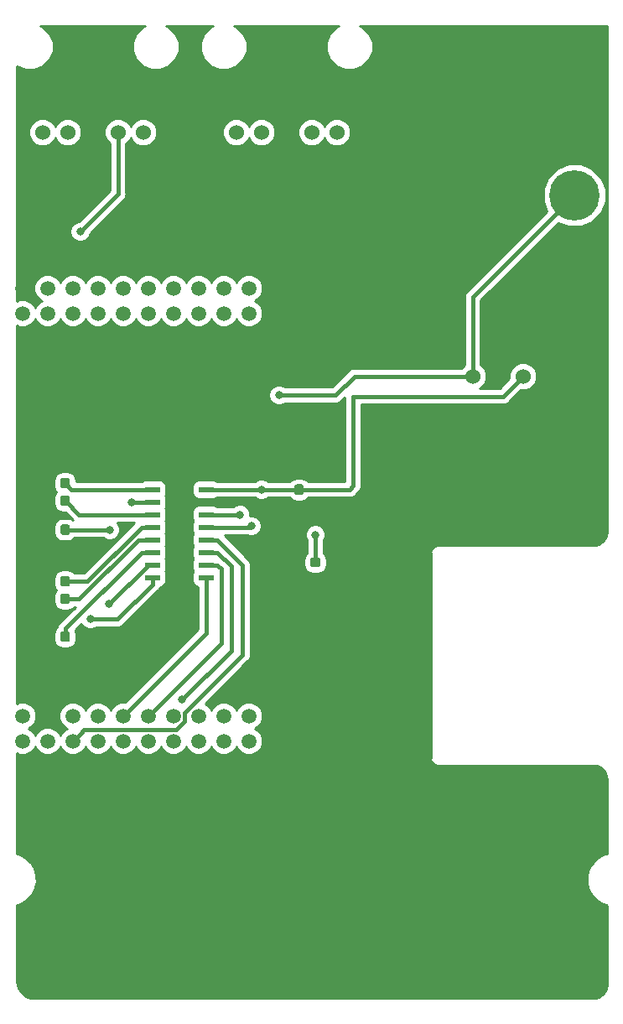
<source format=gbr>
G04 #@! TF.GenerationSoftware,KiCad,Pcbnew,(5.0.0)*
G04 #@! TF.CreationDate,2018-09-29T13:07:35-07:00*
G04 #@! TF.ProjectId,DriveBoard_Hardware,4472697665426F6172645F4861726477,rev?*
G04 #@! TF.SameCoordinates,Original*
G04 #@! TF.FileFunction,Copper,L1,Top,Signal*
G04 #@! TF.FilePolarity,Positive*
%FSLAX46Y46*%
G04 Gerber Fmt 4.6, Leading zero omitted, Abs format (unit mm)*
G04 Created by KiCad (PCBNEW (5.0.0)) date 09/29/18 13:07:35*
%MOMM*%
%LPD*%
G01*
G04 APERTURE LIST*
G04 #@! TA.AperFunction,ComponentPad*
%ADD10C,1.520000*%
G04 #@! TD*
G04 #@! TA.AperFunction,Conductor*
%ADD11C,0.100000*%
G04 #@! TD*
G04 #@! TA.AperFunction,SMDPad,CuDef*
%ADD12C,0.950000*%
G04 #@! TD*
G04 #@! TA.AperFunction,ComponentPad*
%ADD13C,5.080000*%
G04 #@! TD*
G04 #@! TA.AperFunction,ComponentPad*
%ADD14C,1.524000*%
G04 #@! TD*
G04 #@! TA.AperFunction,SMDPad,CuDef*
%ADD15R,1.500000X0.600000*%
G04 #@! TD*
G04 #@! TA.AperFunction,ViaPad*
%ADD16C,0.800000*%
G04 #@! TD*
G04 #@! TA.AperFunction,Conductor*
%ADD17C,0.381000*%
G04 #@! TD*
G04 #@! TA.AperFunction,Conductor*
%ADD18C,0.762000*%
G04 #@! TD*
G04 #@! TA.AperFunction,Conductor*
%ADD19C,0.254000*%
G04 #@! TD*
G04 APERTURE END LIST*
D10*
G04 #@! TO.P,U1,+3V3*
G04 #@! TO.N,Net-(U1-Pad+3V3)*
X114935000Y-124460000D03*
G04 #@! TO.P,U1,PM6*
G04 #@! TO.N,Net-(U1-PadPM6)*
X137795000Y-78740000D03*
G04 #@! TO.P,U1,PQ1*
G04 #@! TO.N,Net-(U1-PadPQ1)*
X135255000Y-78740000D03*
G04 #@! TO.P,U1,PQ2*
G04 #@! TO.N,Net-(U1-PadPQ2)*
X127635000Y-78740000D03*
G04 #@! TO.P,U1,PK0*
G04 #@! TO.N,RX_2_IC*
X125095000Y-121920000D03*
G04 #@! TO.P,U1,PQ3*
G04 #@! TO.N,Net-(U1-PadPQ3)*
X130175000Y-78740000D03*
G04 #@! TO.P,U1,PP3*
G04 #@! TO.N,Net-(U1-PadPP3)*
X132715000Y-78740000D03*
G04 #@! TO.P,U1,PQ0*
G04 #@! TO.N,Net-(U1-PadPQ0)*
X130175000Y-124460000D03*
G04 #@! TO.P,U1,PA4*
G04 #@! TO.N,Net-(U1-PadPA4)*
X135255000Y-121920000D03*
G04 #@! TO.P,U1,Rese*
G04 #@! TO.N,Net-(U1-PadRese)*
X125095000Y-78740000D03*
G04 #@! TO.P,U1,PA7*
G04 #@! TO.N,Net-(U1-PadPA7)*
X122555000Y-78740000D03*
G04 #@! TO.P,U1,PN5*
G04 #@! TO.N,Net-(U1-PadPN5)*
X135255000Y-124460000D03*
G04 #@! TO.P,U1,PK2*
G04 #@! TO.N,Net-(U1-PadPK2)*
X130175000Y-121920000D03*
G04 #@! TO.P,U1,PK1*
G04 #@! TO.N,TX_2_IC*
X127635000Y-121920000D03*
G04 #@! TO.P,U1,+5V*
G04 #@! TO.N,+5V*
X114935000Y-121920000D03*
G04 #@! TO.P,U1,GND*
G04 #@! TO.N,GND*
X117475000Y-121920000D03*
G04 #@! TO.P,U1,PB4*
G04 #@! TO.N,Net-(U1-PadPB4)*
X120015000Y-121920000D03*
G04 #@! TO.P,U1,PB5*
G04 #@! TO.N,Net-(U1-PadPB5)*
X122555000Y-121920000D03*
G04 #@! TO.P,U1,PK3*
G04 #@! TO.N,Net-(U1-PadPK3)*
X132715000Y-121920000D03*
G04 #@! TO.P,U1,PA5*
G04 #@! TO.N,Net-(U1-PadPA5)*
X137795000Y-121920000D03*
G04 #@! TO.P,U1,PD2*
G04 #@! TO.N,Net-(U1-PadPD2)*
X117475000Y-124460000D03*
G04 #@! TO.P,U1,PP0*
G04 #@! TO.N,RX_1_IC*
X120015000Y-124460000D03*
G04 #@! TO.P,U1,PP1*
G04 #@! TO.N,TX_1_IC*
X122555000Y-124460000D03*
G04 #@! TO.P,U1,PD4*
G04 #@! TO.N,Net-(U1-PadPD4)*
X125095000Y-124460000D03*
G04 #@! TO.P,U1,PD5*
G04 #@! TO.N,Net-(U1-PadPD5)*
X127635000Y-124460000D03*
G04 #@! TO.P,U1,PP4*
G04 #@! TO.N,Net-(U1-PadPP4)*
X132715000Y-124460000D03*
G04 #@! TO.P,U1,PN4*
G04 #@! TO.N,Net-(U1-PadPN4)*
X137795000Y-124460000D03*
G04 #@! TO.P,U1,PG1*
G04 #@! TO.N,Net-(U1-PadPG1)*
X114935000Y-81280000D03*
G04 #@! TO.P,U1,PK4*
G04 #@! TO.N,Net-(U1-PadPK4)*
X117475000Y-81280000D03*
G04 #@! TO.P,U1,PK5*
G04 #@! TO.N,Net-(U1-PadPK5)*
X120015000Y-81280000D03*
G04 #@! TO.P,U1,PM0*
G04 #@! TO.N,Net-(U1-PadPM0)*
X122555000Y-81280000D03*
G04 #@! TO.P,U1,PM1*
G04 #@! TO.N,Net-(U1-PadPM1)*
X125095000Y-81280000D03*
G04 #@! TO.P,U1,PM2*
G04 #@! TO.N,Net-(U1-PadPM2)*
X127635000Y-81280000D03*
G04 #@! TO.P,U1,PH0*
G04 #@! TO.N,Net-(U1-PadPH0)*
X130175000Y-81280000D03*
G04 #@! TO.P,U1,PH1*
G04 #@! TO.N,Net-(U1-PadPH1)*
X132715000Y-81280000D03*
G04 #@! TO.P,U1,PK6*
G04 #@! TO.N,Net-(U1-PadPK6)*
X135255000Y-81280000D03*
G04 #@! TO.P,U1,PK7*
G04 #@! TO.N,Net-(U1-PadPK7)*
X137795000Y-81280000D03*
G04 #@! TO.P,U1,GND*
G04 #@! TO.N,GND*
X114935000Y-78740000D03*
G04 #@! TO.P,U1,PM7*
G04 #@! TO.N,Net-(U1-PadPM7)*
X117475000Y-78740000D03*
G04 #@! TO.P,U1,PP5*
G04 #@! TO.N,Net-(U1-PadPP5)*
X120015000Y-78740000D03*
G04 #@! TD*
D11*
G04 #@! TO.N,Net-(C1-Pad1)*
G04 #@! TO.C,C1*
G36*
X119513779Y-102600144D02*
X119536834Y-102603563D01*
X119559443Y-102609227D01*
X119581387Y-102617079D01*
X119602457Y-102627044D01*
X119622448Y-102639026D01*
X119641168Y-102652910D01*
X119658438Y-102668562D01*
X119674090Y-102685832D01*
X119687974Y-102704552D01*
X119699956Y-102724543D01*
X119709921Y-102745613D01*
X119717773Y-102767557D01*
X119723437Y-102790166D01*
X119726856Y-102813221D01*
X119728000Y-102836500D01*
X119728000Y-103411500D01*
X119726856Y-103434779D01*
X119723437Y-103457834D01*
X119717773Y-103480443D01*
X119709921Y-103502387D01*
X119699956Y-103523457D01*
X119687974Y-103543448D01*
X119674090Y-103562168D01*
X119658438Y-103579438D01*
X119641168Y-103595090D01*
X119622448Y-103608974D01*
X119602457Y-103620956D01*
X119581387Y-103630921D01*
X119559443Y-103638773D01*
X119536834Y-103644437D01*
X119513779Y-103647856D01*
X119490500Y-103649000D01*
X119015500Y-103649000D01*
X118992221Y-103647856D01*
X118969166Y-103644437D01*
X118946557Y-103638773D01*
X118924613Y-103630921D01*
X118903543Y-103620956D01*
X118883552Y-103608974D01*
X118864832Y-103595090D01*
X118847562Y-103579438D01*
X118831910Y-103562168D01*
X118818026Y-103543448D01*
X118806044Y-103523457D01*
X118796079Y-103502387D01*
X118788227Y-103480443D01*
X118782563Y-103457834D01*
X118779144Y-103434779D01*
X118778000Y-103411500D01*
X118778000Y-102836500D01*
X118779144Y-102813221D01*
X118782563Y-102790166D01*
X118788227Y-102767557D01*
X118796079Y-102745613D01*
X118806044Y-102724543D01*
X118818026Y-102704552D01*
X118831910Y-102685832D01*
X118847562Y-102668562D01*
X118864832Y-102652910D01*
X118883552Y-102639026D01*
X118903543Y-102627044D01*
X118924613Y-102617079D01*
X118946557Y-102609227D01*
X118969166Y-102603563D01*
X118992221Y-102600144D01*
X119015500Y-102599000D01*
X119490500Y-102599000D01*
X119513779Y-102600144D01*
X119513779Y-102600144D01*
G37*
D12*
G04 #@! TD*
G04 #@! TO.P,C1,1*
G04 #@! TO.N,Net-(C1-Pad1)*
X119253000Y-103124000D03*
D11*
G04 #@! TO.N,GND*
G04 #@! TO.C,C1*
G36*
X119513779Y-104350144D02*
X119536834Y-104353563D01*
X119559443Y-104359227D01*
X119581387Y-104367079D01*
X119602457Y-104377044D01*
X119622448Y-104389026D01*
X119641168Y-104402910D01*
X119658438Y-104418562D01*
X119674090Y-104435832D01*
X119687974Y-104454552D01*
X119699956Y-104474543D01*
X119709921Y-104495613D01*
X119717773Y-104517557D01*
X119723437Y-104540166D01*
X119726856Y-104563221D01*
X119728000Y-104586500D01*
X119728000Y-105161500D01*
X119726856Y-105184779D01*
X119723437Y-105207834D01*
X119717773Y-105230443D01*
X119709921Y-105252387D01*
X119699956Y-105273457D01*
X119687974Y-105293448D01*
X119674090Y-105312168D01*
X119658438Y-105329438D01*
X119641168Y-105345090D01*
X119622448Y-105358974D01*
X119602457Y-105370956D01*
X119581387Y-105380921D01*
X119559443Y-105388773D01*
X119536834Y-105394437D01*
X119513779Y-105397856D01*
X119490500Y-105399000D01*
X119015500Y-105399000D01*
X118992221Y-105397856D01*
X118969166Y-105394437D01*
X118946557Y-105388773D01*
X118924613Y-105380921D01*
X118903543Y-105370956D01*
X118883552Y-105358974D01*
X118864832Y-105345090D01*
X118847562Y-105329438D01*
X118831910Y-105312168D01*
X118818026Y-105293448D01*
X118806044Y-105273457D01*
X118796079Y-105252387D01*
X118788227Y-105230443D01*
X118782563Y-105207834D01*
X118779144Y-105184779D01*
X118778000Y-105161500D01*
X118778000Y-104586500D01*
X118779144Y-104563221D01*
X118782563Y-104540166D01*
X118788227Y-104517557D01*
X118796079Y-104495613D01*
X118806044Y-104474543D01*
X118818026Y-104454552D01*
X118831910Y-104435832D01*
X118847562Y-104418562D01*
X118864832Y-104402910D01*
X118883552Y-104389026D01*
X118903543Y-104377044D01*
X118924613Y-104367079D01*
X118946557Y-104359227D01*
X118969166Y-104353563D01*
X118992221Y-104350144D01*
X119015500Y-104349000D01*
X119490500Y-104349000D01*
X119513779Y-104350144D01*
X119513779Y-104350144D01*
G37*
D12*
G04 #@! TD*
G04 #@! TO.P,C1,2*
G04 #@! TO.N,GND*
X119253000Y-104874000D03*
D11*
G04 #@! TO.N,GND*
G04 #@! TO.C,C2*
G36*
X119513779Y-115159144D02*
X119536834Y-115162563D01*
X119559443Y-115168227D01*
X119581387Y-115176079D01*
X119602457Y-115186044D01*
X119622448Y-115198026D01*
X119641168Y-115211910D01*
X119658438Y-115227562D01*
X119674090Y-115244832D01*
X119687974Y-115263552D01*
X119699956Y-115283543D01*
X119709921Y-115304613D01*
X119717773Y-115326557D01*
X119723437Y-115349166D01*
X119726856Y-115372221D01*
X119728000Y-115395500D01*
X119728000Y-115970500D01*
X119726856Y-115993779D01*
X119723437Y-116016834D01*
X119717773Y-116039443D01*
X119709921Y-116061387D01*
X119699956Y-116082457D01*
X119687974Y-116102448D01*
X119674090Y-116121168D01*
X119658438Y-116138438D01*
X119641168Y-116154090D01*
X119622448Y-116167974D01*
X119602457Y-116179956D01*
X119581387Y-116189921D01*
X119559443Y-116197773D01*
X119536834Y-116203437D01*
X119513779Y-116206856D01*
X119490500Y-116208000D01*
X119015500Y-116208000D01*
X118992221Y-116206856D01*
X118969166Y-116203437D01*
X118946557Y-116197773D01*
X118924613Y-116189921D01*
X118903543Y-116179956D01*
X118883552Y-116167974D01*
X118864832Y-116154090D01*
X118847562Y-116138438D01*
X118831910Y-116121168D01*
X118818026Y-116102448D01*
X118806044Y-116082457D01*
X118796079Y-116061387D01*
X118788227Y-116039443D01*
X118782563Y-116016834D01*
X118779144Y-115993779D01*
X118778000Y-115970500D01*
X118778000Y-115395500D01*
X118779144Y-115372221D01*
X118782563Y-115349166D01*
X118788227Y-115326557D01*
X118796079Y-115304613D01*
X118806044Y-115283543D01*
X118818026Y-115263552D01*
X118831910Y-115244832D01*
X118847562Y-115227562D01*
X118864832Y-115211910D01*
X118883552Y-115198026D01*
X118903543Y-115186044D01*
X118924613Y-115176079D01*
X118946557Y-115168227D01*
X118969166Y-115162563D01*
X118992221Y-115159144D01*
X119015500Y-115158000D01*
X119490500Y-115158000D01*
X119513779Y-115159144D01*
X119513779Y-115159144D01*
G37*
D12*
G04 #@! TD*
G04 #@! TO.P,C2,2*
G04 #@! TO.N,GND*
X119253000Y-115683000D03*
D11*
G04 #@! TO.N,Net-(C2-Pad1)*
G04 #@! TO.C,C2*
G36*
X119513779Y-113409144D02*
X119536834Y-113412563D01*
X119559443Y-113418227D01*
X119581387Y-113426079D01*
X119602457Y-113436044D01*
X119622448Y-113448026D01*
X119641168Y-113461910D01*
X119658438Y-113477562D01*
X119674090Y-113494832D01*
X119687974Y-113513552D01*
X119699956Y-113533543D01*
X119709921Y-113554613D01*
X119717773Y-113576557D01*
X119723437Y-113599166D01*
X119726856Y-113622221D01*
X119728000Y-113645500D01*
X119728000Y-114220500D01*
X119726856Y-114243779D01*
X119723437Y-114266834D01*
X119717773Y-114289443D01*
X119709921Y-114311387D01*
X119699956Y-114332457D01*
X119687974Y-114352448D01*
X119674090Y-114371168D01*
X119658438Y-114388438D01*
X119641168Y-114404090D01*
X119622448Y-114417974D01*
X119602457Y-114429956D01*
X119581387Y-114439921D01*
X119559443Y-114447773D01*
X119536834Y-114453437D01*
X119513779Y-114456856D01*
X119490500Y-114458000D01*
X119015500Y-114458000D01*
X118992221Y-114456856D01*
X118969166Y-114453437D01*
X118946557Y-114447773D01*
X118924613Y-114439921D01*
X118903543Y-114429956D01*
X118883552Y-114417974D01*
X118864832Y-114404090D01*
X118847562Y-114388438D01*
X118831910Y-114371168D01*
X118818026Y-114352448D01*
X118806044Y-114332457D01*
X118796079Y-114311387D01*
X118788227Y-114289443D01*
X118782563Y-114266834D01*
X118779144Y-114243779D01*
X118778000Y-114220500D01*
X118778000Y-113645500D01*
X118779144Y-113622221D01*
X118782563Y-113599166D01*
X118788227Y-113576557D01*
X118796079Y-113554613D01*
X118806044Y-113533543D01*
X118818026Y-113513552D01*
X118831910Y-113494832D01*
X118847562Y-113477562D01*
X118864832Y-113461910D01*
X118883552Y-113448026D01*
X118903543Y-113436044D01*
X118924613Y-113426079D01*
X118946557Y-113418227D01*
X118969166Y-113412563D01*
X118992221Y-113409144D01*
X119015500Y-113408000D01*
X119490500Y-113408000D01*
X119513779Y-113409144D01*
X119513779Y-113409144D01*
G37*
D12*
G04 #@! TD*
G04 #@! TO.P,C2,1*
G04 #@! TO.N,Net-(C2-Pad1)*
X119253000Y-113933000D03*
D11*
G04 #@! TO.N,/+12V*
G04 #@! TO.C,C3*
G36*
X144822779Y-105952144D02*
X144845834Y-105955563D01*
X144868443Y-105961227D01*
X144890387Y-105969079D01*
X144911457Y-105979044D01*
X144931448Y-105991026D01*
X144950168Y-106004910D01*
X144967438Y-106020562D01*
X144983090Y-106037832D01*
X144996974Y-106056552D01*
X145008956Y-106076543D01*
X145018921Y-106097613D01*
X145026773Y-106119557D01*
X145032437Y-106142166D01*
X145035856Y-106165221D01*
X145037000Y-106188500D01*
X145037000Y-106663500D01*
X145035856Y-106686779D01*
X145032437Y-106709834D01*
X145026773Y-106732443D01*
X145018921Y-106754387D01*
X145008956Y-106775457D01*
X144996974Y-106795448D01*
X144983090Y-106814168D01*
X144967438Y-106831438D01*
X144950168Y-106847090D01*
X144931448Y-106860974D01*
X144911457Y-106872956D01*
X144890387Y-106882921D01*
X144868443Y-106890773D01*
X144845834Y-106896437D01*
X144822779Y-106899856D01*
X144799500Y-106901000D01*
X144224500Y-106901000D01*
X144201221Y-106899856D01*
X144178166Y-106896437D01*
X144155557Y-106890773D01*
X144133613Y-106882921D01*
X144112543Y-106872956D01*
X144092552Y-106860974D01*
X144073832Y-106847090D01*
X144056562Y-106831438D01*
X144040910Y-106814168D01*
X144027026Y-106795448D01*
X144015044Y-106775457D01*
X144005079Y-106754387D01*
X143997227Y-106732443D01*
X143991563Y-106709834D01*
X143988144Y-106686779D01*
X143987000Y-106663500D01*
X143987000Y-106188500D01*
X143988144Y-106165221D01*
X143991563Y-106142166D01*
X143997227Y-106119557D01*
X144005079Y-106097613D01*
X144015044Y-106076543D01*
X144027026Y-106056552D01*
X144040910Y-106037832D01*
X144056562Y-106020562D01*
X144073832Y-106004910D01*
X144092552Y-105991026D01*
X144112543Y-105979044D01*
X144133613Y-105969079D01*
X144155557Y-105961227D01*
X144178166Y-105955563D01*
X144201221Y-105952144D01*
X144224500Y-105951000D01*
X144799500Y-105951000D01*
X144822779Y-105952144D01*
X144822779Y-105952144D01*
G37*
D12*
G04 #@! TD*
G04 #@! TO.P,C3,1*
G04 #@! TO.N,/+12V*
X144512000Y-106426000D03*
D11*
G04 #@! TO.N,GND*
G04 #@! TO.C,C3*
G36*
X143072779Y-105952144D02*
X143095834Y-105955563D01*
X143118443Y-105961227D01*
X143140387Y-105969079D01*
X143161457Y-105979044D01*
X143181448Y-105991026D01*
X143200168Y-106004910D01*
X143217438Y-106020562D01*
X143233090Y-106037832D01*
X143246974Y-106056552D01*
X143258956Y-106076543D01*
X143268921Y-106097613D01*
X143276773Y-106119557D01*
X143282437Y-106142166D01*
X143285856Y-106165221D01*
X143287000Y-106188500D01*
X143287000Y-106663500D01*
X143285856Y-106686779D01*
X143282437Y-106709834D01*
X143276773Y-106732443D01*
X143268921Y-106754387D01*
X143258956Y-106775457D01*
X143246974Y-106795448D01*
X143233090Y-106814168D01*
X143217438Y-106831438D01*
X143200168Y-106847090D01*
X143181448Y-106860974D01*
X143161457Y-106872956D01*
X143140387Y-106882921D01*
X143118443Y-106890773D01*
X143095834Y-106896437D01*
X143072779Y-106899856D01*
X143049500Y-106901000D01*
X142474500Y-106901000D01*
X142451221Y-106899856D01*
X142428166Y-106896437D01*
X142405557Y-106890773D01*
X142383613Y-106882921D01*
X142362543Y-106872956D01*
X142342552Y-106860974D01*
X142323832Y-106847090D01*
X142306562Y-106831438D01*
X142290910Y-106814168D01*
X142277026Y-106795448D01*
X142265044Y-106775457D01*
X142255079Y-106754387D01*
X142247227Y-106732443D01*
X142241563Y-106709834D01*
X142238144Y-106686779D01*
X142237000Y-106663500D01*
X142237000Y-106188500D01*
X142238144Y-106165221D01*
X142241563Y-106142166D01*
X142247227Y-106119557D01*
X142255079Y-106097613D01*
X142265044Y-106076543D01*
X142277026Y-106056552D01*
X142290910Y-106037832D01*
X142306562Y-106020562D01*
X142323832Y-106004910D01*
X142342552Y-105991026D01*
X142362543Y-105979044D01*
X142383613Y-105969079D01*
X142405557Y-105961227D01*
X142428166Y-105955563D01*
X142451221Y-105952144D01*
X142474500Y-105951000D01*
X143049500Y-105951000D01*
X143072779Y-105952144D01*
X143072779Y-105952144D01*
G37*
D12*
G04 #@! TD*
G04 #@! TO.P,C3,2*
G04 #@! TO.N,GND*
X142762000Y-106426000D03*
D11*
G04 #@! TO.N,Net-(C4-Pad1)*
G04 #@! TO.C,C4*
G36*
X119513779Y-97915144D02*
X119536834Y-97918563D01*
X119559443Y-97924227D01*
X119581387Y-97932079D01*
X119602457Y-97942044D01*
X119622448Y-97954026D01*
X119641168Y-97967910D01*
X119658438Y-97983562D01*
X119674090Y-98000832D01*
X119687974Y-98019552D01*
X119699956Y-98039543D01*
X119709921Y-98060613D01*
X119717773Y-98082557D01*
X119723437Y-98105166D01*
X119726856Y-98128221D01*
X119728000Y-98151500D01*
X119728000Y-98726500D01*
X119726856Y-98749779D01*
X119723437Y-98772834D01*
X119717773Y-98795443D01*
X119709921Y-98817387D01*
X119699956Y-98838457D01*
X119687974Y-98858448D01*
X119674090Y-98877168D01*
X119658438Y-98894438D01*
X119641168Y-98910090D01*
X119622448Y-98923974D01*
X119602457Y-98935956D01*
X119581387Y-98945921D01*
X119559443Y-98953773D01*
X119536834Y-98959437D01*
X119513779Y-98962856D01*
X119490500Y-98964000D01*
X119015500Y-98964000D01*
X118992221Y-98962856D01*
X118969166Y-98959437D01*
X118946557Y-98953773D01*
X118924613Y-98945921D01*
X118903543Y-98935956D01*
X118883552Y-98923974D01*
X118864832Y-98910090D01*
X118847562Y-98894438D01*
X118831910Y-98877168D01*
X118818026Y-98858448D01*
X118806044Y-98838457D01*
X118796079Y-98817387D01*
X118788227Y-98795443D01*
X118782563Y-98772834D01*
X118779144Y-98749779D01*
X118778000Y-98726500D01*
X118778000Y-98151500D01*
X118779144Y-98128221D01*
X118782563Y-98105166D01*
X118788227Y-98082557D01*
X118796079Y-98060613D01*
X118806044Y-98039543D01*
X118818026Y-98019552D01*
X118831910Y-98000832D01*
X118847562Y-97983562D01*
X118864832Y-97967910D01*
X118883552Y-97954026D01*
X118903543Y-97942044D01*
X118924613Y-97932079D01*
X118946557Y-97924227D01*
X118969166Y-97918563D01*
X118992221Y-97915144D01*
X119015500Y-97914000D01*
X119490500Y-97914000D01*
X119513779Y-97915144D01*
X119513779Y-97915144D01*
G37*
D12*
G04 #@! TD*
G04 #@! TO.P,C4,1*
G04 #@! TO.N,Net-(C4-Pad1)*
X119253000Y-98439000D03*
D11*
G04 #@! TO.N,Net-(C4-Pad2)*
G04 #@! TO.C,C4*
G36*
X119513779Y-99665144D02*
X119536834Y-99668563D01*
X119559443Y-99674227D01*
X119581387Y-99682079D01*
X119602457Y-99692044D01*
X119622448Y-99704026D01*
X119641168Y-99717910D01*
X119658438Y-99733562D01*
X119674090Y-99750832D01*
X119687974Y-99769552D01*
X119699956Y-99789543D01*
X119709921Y-99810613D01*
X119717773Y-99832557D01*
X119723437Y-99855166D01*
X119726856Y-99878221D01*
X119728000Y-99901500D01*
X119728000Y-100476500D01*
X119726856Y-100499779D01*
X119723437Y-100522834D01*
X119717773Y-100545443D01*
X119709921Y-100567387D01*
X119699956Y-100588457D01*
X119687974Y-100608448D01*
X119674090Y-100627168D01*
X119658438Y-100644438D01*
X119641168Y-100660090D01*
X119622448Y-100673974D01*
X119602457Y-100685956D01*
X119581387Y-100695921D01*
X119559443Y-100703773D01*
X119536834Y-100709437D01*
X119513779Y-100712856D01*
X119490500Y-100714000D01*
X119015500Y-100714000D01*
X118992221Y-100712856D01*
X118969166Y-100709437D01*
X118946557Y-100703773D01*
X118924613Y-100695921D01*
X118903543Y-100685956D01*
X118883552Y-100673974D01*
X118864832Y-100660090D01*
X118847562Y-100644438D01*
X118831910Y-100627168D01*
X118818026Y-100608448D01*
X118806044Y-100588457D01*
X118796079Y-100567387D01*
X118788227Y-100545443D01*
X118782563Y-100522834D01*
X118779144Y-100499779D01*
X118778000Y-100476500D01*
X118778000Y-99901500D01*
X118779144Y-99878221D01*
X118782563Y-99855166D01*
X118788227Y-99832557D01*
X118796079Y-99810613D01*
X118806044Y-99789543D01*
X118818026Y-99769552D01*
X118831910Y-99750832D01*
X118847562Y-99733562D01*
X118864832Y-99717910D01*
X118883552Y-99704026D01*
X118903543Y-99692044D01*
X118924613Y-99682079D01*
X118946557Y-99674227D01*
X118969166Y-99668563D01*
X118992221Y-99665144D01*
X119015500Y-99664000D01*
X119490500Y-99664000D01*
X119513779Y-99665144D01*
X119513779Y-99665144D01*
G37*
D12*
G04 #@! TD*
G04 #@! TO.P,C4,2*
G04 #@! TO.N,Net-(C4-Pad2)*
X119253000Y-100189000D03*
D11*
G04 #@! TO.N,Net-(C5-Pad2)*
G04 #@! TO.C,C5*
G36*
X119513779Y-109571144D02*
X119536834Y-109574563D01*
X119559443Y-109580227D01*
X119581387Y-109588079D01*
X119602457Y-109598044D01*
X119622448Y-109610026D01*
X119641168Y-109623910D01*
X119658438Y-109639562D01*
X119674090Y-109656832D01*
X119687974Y-109675552D01*
X119699956Y-109695543D01*
X119709921Y-109716613D01*
X119717773Y-109738557D01*
X119723437Y-109761166D01*
X119726856Y-109784221D01*
X119728000Y-109807500D01*
X119728000Y-110382500D01*
X119726856Y-110405779D01*
X119723437Y-110428834D01*
X119717773Y-110451443D01*
X119709921Y-110473387D01*
X119699956Y-110494457D01*
X119687974Y-110514448D01*
X119674090Y-110533168D01*
X119658438Y-110550438D01*
X119641168Y-110566090D01*
X119622448Y-110579974D01*
X119602457Y-110591956D01*
X119581387Y-110601921D01*
X119559443Y-110609773D01*
X119536834Y-110615437D01*
X119513779Y-110618856D01*
X119490500Y-110620000D01*
X119015500Y-110620000D01*
X118992221Y-110618856D01*
X118969166Y-110615437D01*
X118946557Y-110609773D01*
X118924613Y-110601921D01*
X118903543Y-110591956D01*
X118883552Y-110579974D01*
X118864832Y-110566090D01*
X118847562Y-110550438D01*
X118831910Y-110533168D01*
X118818026Y-110514448D01*
X118806044Y-110494457D01*
X118796079Y-110473387D01*
X118788227Y-110451443D01*
X118782563Y-110428834D01*
X118779144Y-110405779D01*
X118778000Y-110382500D01*
X118778000Y-109807500D01*
X118779144Y-109784221D01*
X118782563Y-109761166D01*
X118788227Y-109738557D01*
X118796079Y-109716613D01*
X118806044Y-109695543D01*
X118818026Y-109675552D01*
X118831910Y-109656832D01*
X118847562Y-109639562D01*
X118864832Y-109623910D01*
X118883552Y-109610026D01*
X118903543Y-109598044D01*
X118924613Y-109588079D01*
X118946557Y-109580227D01*
X118969166Y-109574563D01*
X118992221Y-109571144D01*
X119015500Y-109570000D01*
X119490500Y-109570000D01*
X119513779Y-109571144D01*
X119513779Y-109571144D01*
G37*
D12*
G04 #@! TD*
G04 #@! TO.P,C5,2*
G04 #@! TO.N,Net-(C5-Pad2)*
X119253000Y-110095000D03*
D11*
G04 #@! TO.N,Net-(C5-Pad1)*
G04 #@! TO.C,C5*
G36*
X119513779Y-107821144D02*
X119536834Y-107824563D01*
X119559443Y-107830227D01*
X119581387Y-107838079D01*
X119602457Y-107848044D01*
X119622448Y-107860026D01*
X119641168Y-107873910D01*
X119658438Y-107889562D01*
X119674090Y-107906832D01*
X119687974Y-107925552D01*
X119699956Y-107945543D01*
X119709921Y-107966613D01*
X119717773Y-107988557D01*
X119723437Y-108011166D01*
X119726856Y-108034221D01*
X119728000Y-108057500D01*
X119728000Y-108632500D01*
X119726856Y-108655779D01*
X119723437Y-108678834D01*
X119717773Y-108701443D01*
X119709921Y-108723387D01*
X119699956Y-108744457D01*
X119687974Y-108764448D01*
X119674090Y-108783168D01*
X119658438Y-108800438D01*
X119641168Y-108816090D01*
X119622448Y-108829974D01*
X119602457Y-108841956D01*
X119581387Y-108851921D01*
X119559443Y-108859773D01*
X119536834Y-108865437D01*
X119513779Y-108868856D01*
X119490500Y-108870000D01*
X119015500Y-108870000D01*
X118992221Y-108868856D01*
X118969166Y-108865437D01*
X118946557Y-108859773D01*
X118924613Y-108851921D01*
X118903543Y-108841956D01*
X118883552Y-108829974D01*
X118864832Y-108816090D01*
X118847562Y-108800438D01*
X118831910Y-108783168D01*
X118818026Y-108764448D01*
X118806044Y-108744457D01*
X118796079Y-108723387D01*
X118788227Y-108701443D01*
X118782563Y-108678834D01*
X118779144Y-108655779D01*
X118778000Y-108632500D01*
X118778000Y-108057500D01*
X118779144Y-108034221D01*
X118782563Y-108011166D01*
X118788227Y-107988557D01*
X118796079Y-107966613D01*
X118806044Y-107945543D01*
X118818026Y-107925552D01*
X118831910Y-107906832D01*
X118847562Y-107889562D01*
X118864832Y-107873910D01*
X118883552Y-107860026D01*
X118903543Y-107848044D01*
X118924613Y-107838079D01*
X118946557Y-107830227D01*
X118969166Y-107824563D01*
X118992221Y-107821144D01*
X119015500Y-107820000D01*
X119490500Y-107820000D01*
X119513779Y-107821144D01*
X119513779Y-107821144D01*
G37*
D12*
G04 #@! TD*
G04 #@! TO.P,C5,1*
G04 #@! TO.N,Net-(C5-Pad1)*
X119253000Y-108345000D03*
D11*
G04 #@! TO.N,GND*
G04 #@! TO.C,C6*
G36*
X143135779Y-100300144D02*
X143158834Y-100303563D01*
X143181443Y-100309227D01*
X143203387Y-100317079D01*
X143224457Y-100327044D01*
X143244448Y-100339026D01*
X143263168Y-100352910D01*
X143280438Y-100368562D01*
X143296090Y-100385832D01*
X143309974Y-100404552D01*
X143321956Y-100424543D01*
X143331921Y-100445613D01*
X143339773Y-100467557D01*
X143345437Y-100490166D01*
X143348856Y-100513221D01*
X143350000Y-100536500D01*
X143350000Y-101111500D01*
X143348856Y-101134779D01*
X143345437Y-101157834D01*
X143339773Y-101180443D01*
X143331921Y-101202387D01*
X143321956Y-101223457D01*
X143309974Y-101243448D01*
X143296090Y-101262168D01*
X143280438Y-101279438D01*
X143263168Y-101295090D01*
X143244448Y-101308974D01*
X143224457Y-101320956D01*
X143203387Y-101330921D01*
X143181443Y-101338773D01*
X143158834Y-101344437D01*
X143135779Y-101347856D01*
X143112500Y-101349000D01*
X142637500Y-101349000D01*
X142614221Y-101347856D01*
X142591166Y-101344437D01*
X142568557Y-101338773D01*
X142546613Y-101330921D01*
X142525543Y-101320956D01*
X142505552Y-101308974D01*
X142486832Y-101295090D01*
X142469562Y-101279438D01*
X142453910Y-101262168D01*
X142440026Y-101243448D01*
X142428044Y-101223457D01*
X142418079Y-101202387D01*
X142410227Y-101180443D01*
X142404563Y-101157834D01*
X142401144Y-101134779D01*
X142400000Y-101111500D01*
X142400000Y-100536500D01*
X142401144Y-100513221D01*
X142404563Y-100490166D01*
X142410227Y-100467557D01*
X142418079Y-100445613D01*
X142428044Y-100424543D01*
X142440026Y-100404552D01*
X142453910Y-100385832D01*
X142469562Y-100368562D01*
X142486832Y-100352910D01*
X142505552Y-100339026D01*
X142525543Y-100327044D01*
X142546613Y-100317079D01*
X142568557Y-100309227D01*
X142591166Y-100303563D01*
X142614221Y-100300144D01*
X142637500Y-100299000D01*
X143112500Y-100299000D01*
X143135779Y-100300144D01*
X143135779Y-100300144D01*
G37*
D12*
G04 #@! TD*
G04 #@! TO.P,C6,2*
G04 #@! TO.N,GND*
X142875000Y-100824000D03*
D11*
G04 #@! TO.N,+5V*
G04 #@! TO.C,C6*
G36*
X143135779Y-98550144D02*
X143158834Y-98553563D01*
X143181443Y-98559227D01*
X143203387Y-98567079D01*
X143224457Y-98577044D01*
X143244448Y-98589026D01*
X143263168Y-98602910D01*
X143280438Y-98618562D01*
X143296090Y-98635832D01*
X143309974Y-98654552D01*
X143321956Y-98674543D01*
X143331921Y-98695613D01*
X143339773Y-98717557D01*
X143345437Y-98740166D01*
X143348856Y-98763221D01*
X143350000Y-98786500D01*
X143350000Y-99361500D01*
X143348856Y-99384779D01*
X143345437Y-99407834D01*
X143339773Y-99430443D01*
X143331921Y-99452387D01*
X143321956Y-99473457D01*
X143309974Y-99493448D01*
X143296090Y-99512168D01*
X143280438Y-99529438D01*
X143263168Y-99545090D01*
X143244448Y-99558974D01*
X143224457Y-99570956D01*
X143203387Y-99580921D01*
X143181443Y-99588773D01*
X143158834Y-99594437D01*
X143135779Y-99597856D01*
X143112500Y-99599000D01*
X142637500Y-99599000D01*
X142614221Y-99597856D01*
X142591166Y-99594437D01*
X142568557Y-99588773D01*
X142546613Y-99580921D01*
X142525543Y-99570956D01*
X142505552Y-99558974D01*
X142486832Y-99545090D01*
X142469562Y-99529438D01*
X142453910Y-99512168D01*
X142440026Y-99493448D01*
X142428044Y-99473457D01*
X142418079Y-99452387D01*
X142410227Y-99430443D01*
X142404563Y-99407834D01*
X142401144Y-99384779D01*
X142400000Y-99361500D01*
X142400000Y-98786500D01*
X142401144Y-98763221D01*
X142404563Y-98740166D01*
X142410227Y-98717557D01*
X142418079Y-98695613D01*
X142428044Y-98674543D01*
X142440026Y-98654552D01*
X142453910Y-98635832D01*
X142469562Y-98618562D01*
X142486832Y-98602910D01*
X142505552Y-98589026D01*
X142525543Y-98577044D01*
X142546613Y-98567079D01*
X142568557Y-98559227D01*
X142591166Y-98553563D01*
X142614221Y-98550144D01*
X142637500Y-98549000D01*
X143112500Y-98549000D01*
X143135779Y-98550144D01*
X143135779Y-98550144D01*
G37*
D12*
G04 #@! TD*
G04 #@! TO.P,C6,1*
G04 #@! TO.N,+5V*
X142875000Y-99074000D03*
D13*
G04 #@! TO.P,Conn1,1*
G04 #@! TO.N,GND*
X162686000Y-69367400D03*
G04 #@! TO.P,Conn1,2*
G04 #@! TO.N,/+12V*
X170687000Y-69367400D03*
G04 #@! TD*
D14*
G04 #@! TO.P,Conn2,1*
G04 #@! TO.N,Net-(Conn2-Pad1)*
X136525000Y-62992000D03*
G04 #@! TO.P,Conn2,2*
G04 #@! TO.N,Net-(Conn2-Pad2)*
X139065000Y-62992000D03*
G04 #@! TO.P,Conn2,3*
G04 #@! TO.N,GND*
X141605000Y-62992000D03*
G04 #@! TO.P,Conn2,4*
G04 #@! TO.N,TX_1_SL*
X144145000Y-62992000D03*
G04 #@! TO.P,Conn2,5*
G04 #@! TO.N,RX_1_SL*
X146685000Y-62992000D03*
G04 #@! TD*
G04 #@! TO.P,Conn3,5*
G04 #@! TO.N,RX_2_SL*
X127127000Y-62992000D03*
G04 #@! TO.P,Conn3,4*
G04 #@! TO.N,TX_2_SL*
X124587000Y-62992000D03*
G04 #@! TO.P,Conn3,3*
G04 #@! TO.N,GND*
X122047000Y-62992000D03*
G04 #@! TO.P,Conn3,2*
G04 #@! TO.N,Net-(Conn3-Pad2)*
X119507000Y-62992000D03*
G04 #@! TO.P,Conn3,1*
G04 #@! TO.N,Net-(Conn3-Pad1)*
X116967000Y-62992000D03*
G04 #@! TD*
D15*
G04 #@! TO.P,U2,1*
G04 #@! TO.N,Net-(C4-Pad1)*
X128077000Y-99060000D03*
G04 #@! TO.P,U2,2*
G04 #@! TO.N,Net-(C1-Pad1)*
X128077000Y-100330000D03*
G04 #@! TO.P,U2,3*
G04 #@! TO.N,Net-(C4-Pad2)*
X128077000Y-101600000D03*
G04 #@! TO.P,U2,4*
G04 #@! TO.N,Net-(C5-Pad1)*
X128077000Y-102870000D03*
G04 #@! TO.P,U2,5*
G04 #@! TO.N,Net-(C5-Pad2)*
X128077000Y-104140000D03*
G04 #@! TO.P,U2,6*
G04 #@! TO.N,Net-(C2-Pad1)*
X128077000Y-105410000D03*
G04 #@! TO.P,U2,7*
G04 #@! TO.N,TX_2_SL*
X128077000Y-106680000D03*
G04 #@! TO.P,U2,8*
G04 #@! TO.N,RX_2_SL*
X128077000Y-107950000D03*
G04 #@! TO.P,U2,9*
G04 #@! TO.N,RX_2_IC*
X133477000Y-107950000D03*
G04 #@! TO.P,U2,10*
G04 #@! TO.N,TX_2_IC*
X133477000Y-106680000D03*
G04 #@! TO.P,U2,11*
G04 #@! TO.N,TX_1_IC*
X133477000Y-105410000D03*
G04 #@! TO.P,U2,12*
G04 #@! TO.N,RX_1_IC*
X133477000Y-104140000D03*
G04 #@! TO.P,U2,13*
G04 #@! TO.N,RX_1_SL*
X133477000Y-102870000D03*
G04 #@! TO.P,U2,14*
G04 #@! TO.N,TX_1_SL*
X133477000Y-101600000D03*
G04 #@! TO.P,U2,15*
G04 #@! TO.N,GND*
X133477000Y-100330000D03*
G04 #@! TO.P,U2,16*
G04 #@! TO.N,+5V*
X133477000Y-99060000D03*
G04 #@! TD*
D14*
G04 #@! TO.P,U3,1*
G04 #@! TO.N,/+12V*
X160401000Y-87630000D03*
G04 #@! TO.P,U3,2*
G04 #@! TO.N,GND*
X162941000Y-87630000D03*
G04 #@! TO.P,U3,3*
G04 #@! TO.N,+5V*
X165481000Y-87630000D03*
G04 #@! TD*
D16*
G04 #@! TO.N,Net-(C1-Pad1)*
X125984000Y-100330000D03*
X123755685Y-103124000D03*
G04 #@! TO.N,/+12V*
X140843000Y-89535000D03*
X144512000Y-103632000D03*
G04 #@! TO.N,+5V*
X139065000Y-99060000D03*
G04 #@! TO.N,TX_1_SL*
X136906000Y-101600000D03*
G04 #@! TO.N,RX_1_SL*
X138049000Y-102743000D03*
G04 #@! TO.N,RX_2_SL*
X121793000Y-112141000D03*
G04 #@! TO.N,TX_2_SL*
X123698000Y-110617000D03*
X120777000Y-73025000D03*
G04 #@! TO.N,TX_1_IC*
X131064000Y-120269000D03*
G04 #@! TD*
D17*
G04 #@! TO.N,Net-(C1-Pad1)*
X128077000Y-100330000D02*
X126946000Y-100330000D01*
X126946000Y-100330000D02*
X125984000Y-100330000D01*
X123755685Y-103124000D02*
X119253000Y-103124000D01*
D18*
G04 #@! TO.N,GND*
X142762000Y-100937000D02*
X142875000Y-100824000D01*
X142875000Y-100824000D02*
X142875000Y-100824000D01*
D17*
X142875000Y-106313000D02*
X142762000Y-106426000D01*
X118678000Y-104874000D02*
X118387490Y-105164510D01*
X119253000Y-104874000D02*
X118678000Y-104874000D01*
X142762000Y-106539000D02*
X142762000Y-106426000D01*
G04 #@! TO.N,Net-(C2-Pad1)*
X119253000Y-113308000D02*
X119253000Y-113933000D01*
X126946000Y-105410000D02*
X119253000Y-113103000D01*
X119253000Y-113103000D02*
X119253000Y-113308000D01*
X128077000Y-105410000D02*
X126946000Y-105410000D01*
G04 #@! TO.N,/+12V*
X160401000Y-79653400D02*
X170687000Y-69367400D01*
X160401000Y-87630000D02*
X160401000Y-79653400D01*
X160401000Y-87630000D02*
X148463000Y-87630000D01*
X148463000Y-87630000D02*
X146558000Y-89535000D01*
X146558000Y-89535000D02*
X140843000Y-89535000D01*
X144512000Y-106426000D02*
X144512000Y-103632000D01*
X144512000Y-103632000D02*
X144512000Y-103519000D01*
G04 #@! TO.N,Net-(C4-Pad1)*
X119874000Y-99060000D02*
X119253000Y-98439000D01*
X128077000Y-99060000D02*
X119874000Y-99060000D01*
G04 #@! TO.N,Net-(C4-Pad2)*
X120664000Y-101600000D02*
X119253000Y-100189000D01*
X128077000Y-101600000D02*
X120664000Y-101600000D01*
G04 #@! TO.N,Net-(C5-Pad2)*
X119253000Y-110095000D02*
X120664000Y-110095000D01*
X126619000Y-104140000D02*
X128077000Y-104140000D01*
X120664000Y-110095000D02*
X126619000Y-104140000D01*
G04 #@! TO.N,Net-(C5-Pad1)*
X121471000Y-108345000D02*
X119253000Y-108345000D01*
X128077000Y-102870000D02*
X126946000Y-102870000D01*
X126946000Y-102870000D02*
X121471000Y-108345000D01*
G04 #@! TO.N,+5V*
X142861000Y-99060000D02*
X142875000Y-99074000D01*
X133477000Y-99060000D02*
X139065000Y-99060000D01*
X139065000Y-99060000D02*
X142861000Y-99060000D01*
X142875000Y-99074000D02*
X143450000Y-99074000D01*
X147941000Y-99074000D02*
X142875000Y-99074000D01*
X148336000Y-98679000D02*
X147941000Y-99074000D01*
X148336000Y-89662000D02*
X148336000Y-98679000D01*
X165481000Y-87630000D02*
X163449000Y-89662000D01*
X163449000Y-89662000D02*
X148336000Y-89662000D01*
G04 #@! TO.N,TX_1_SL*
X133477000Y-101600000D02*
X136906000Y-101600000D01*
G04 #@! TO.N,RX_1_SL*
X133477000Y-102870000D02*
X137922000Y-102870000D01*
X137922000Y-102870000D02*
X138049000Y-102743000D01*
G04 #@! TO.N,RX_2_SL*
X122358685Y-112141000D02*
X121793000Y-112141000D01*
X128077000Y-108631000D02*
X124567000Y-112141000D01*
X124567000Y-112141000D02*
X122358685Y-112141000D01*
X128077000Y-107950000D02*
X128077000Y-108631000D01*
G04 #@! TO.N,TX_2_SL*
X128077000Y-106680000D02*
X127627000Y-106680000D01*
X123698000Y-110609000D02*
X123698000Y-110617000D01*
X127627000Y-106680000D02*
X123698000Y-110609000D01*
X124587000Y-69215000D02*
X124587000Y-62992000D01*
X120777000Y-73025000D02*
X124587000Y-69215000D01*
G04 #@! TO.N,RX_2_IC*
X133477000Y-113538000D02*
X125095000Y-121920000D01*
X133477000Y-107950000D02*
X133477000Y-113538000D01*
G04 #@! TO.N,TX_2_IC*
X134608000Y-106680000D02*
X135001000Y-107073000D01*
X133477000Y-106680000D02*
X134608000Y-106680000D01*
X135001000Y-114554000D02*
X127635000Y-121920000D01*
X135001000Y-107073000D02*
X135001000Y-114554000D01*
G04 #@! TO.N,RX_1_IC*
X134608000Y-104140000D02*
X137160000Y-106692000D01*
X133477000Y-104140000D02*
X134608000Y-104140000D01*
X120774999Y-123700001D02*
X120015000Y-124460000D01*
X130488243Y-123309499D02*
X121165501Y-123309499D01*
X131325501Y-122472241D02*
X130488243Y-123309499D01*
X121165501Y-123309499D02*
X120774999Y-123700001D01*
X131325501Y-121606757D02*
X131325501Y-122472241D01*
X137160000Y-115772258D02*
X131325501Y-121606757D01*
X137160000Y-106692000D02*
X137160000Y-115772258D01*
G04 #@! TO.N,TX_1_IC*
X134608000Y-105410000D02*
X136017000Y-106819000D01*
X133477000Y-105410000D02*
X134608000Y-105410000D01*
X136017000Y-106819000D02*
X136017000Y-115316000D01*
X136017000Y-115316000D02*
X131064000Y-120269000D01*
G04 #@! TD*
D19*
G04 #@! TO.N,GND*
G36*
X127060167Y-52355289D02*
X126396289Y-53019167D01*
X126037000Y-53886567D01*
X126037000Y-54825433D01*
X126396289Y-55692833D01*
X127060167Y-56356711D01*
X127927567Y-56716000D01*
X128866433Y-56716000D01*
X129733833Y-56356711D01*
X130397711Y-55692833D01*
X130757000Y-54825433D01*
X130757000Y-53886567D01*
X130397711Y-53019167D01*
X129733833Y-52355289D01*
X129472400Y-52247000D01*
X134179600Y-52247000D01*
X133918167Y-52355289D01*
X133254289Y-53019167D01*
X132895000Y-53886567D01*
X132895000Y-54825433D01*
X133254289Y-55692833D01*
X133918167Y-56356711D01*
X134785567Y-56716000D01*
X135724433Y-56716000D01*
X136591833Y-56356711D01*
X137255711Y-55692833D01*
X137615000Y-54825433D01*
X137615000Y-53886567D01*
X137255711Y-53019167D01*
X136591833Y-52355289D01*
X136330400Y-52247000D01*
X146879600Y-52247000D01*
X146618167Y-52355289D01*
X145954289Y-53019167D01*
X145595000Y-53886567D01*
X145595000Y-54825433D01*
X145954289Y-55692833D01*
X146618167Y-56356711D01*
X147485567Y-56716000D01*
X148424433Y-56716000D01*
X149291833Y-56356711D01*
X149955711Y-55692833D01*
X150315000Y-54825433D01*
X150315000Y-53886567D01*
X149955711Y-53019167D01*
X149291833Y-52355289D01*
X149030400Y-52247000D01*
X173940001Y-52247000D01*
X173940000Y-103329196D01*
X173879149Y-103754098D01*
X173721895Y-104099959D01*
X173473891Y-104387782D01*
X173155071Y-104594432D01*
X172768373Y-104710079D01*
X172567587Y-104725000D01*
X156912462Y-104725000D01*
X156845000Y-104711581D01*
X156777539Y-104725000D01*
X156777538Y-104725000D01*
X156577727Y-104764745D01*
X156351143Y-104916143D01*
X156199745Y-105142727D01*
X156146581Y-105410000D01*
X156160001Y-105477467D01*
X156160000Y-126170538D01*
X156146581Y-126238000D01*
X156199745Y-126505273D01*
X156351143Y-126731857D01*
X156577727Y-126883255D01*
X156845000Y-126936419D01*
X156912461Y-126923000D01*
X172544197Y-126923000D01*
X172969097Y-126983851D01*
X173314959Y-127141105D01*
X173602784Y-127389110D01*
X173809432Y-127707929D01*
X173925079Y-128094626D01*
X173940001Y-128295426D01*
X173940000Y-135807689D01*
X173925515Y-135809944D01*
X173836614Y-135837124D01*
X173747381Y-135863217D01*
X173739786Y-135866727D01*
X173739783Y-135866728D01*
X173739780Y-135866730D01*
X173218269Y-136111578D01*
X173140593Y-136162601D01*
X173062246Y-136212706D01*
X173055939Y-136218208D01*
X172624107Y-136599589D01*
X172563845Y-136670396D01*
X172502739Y-136740444D01*
X172498233Y-136747491D01*
X172498230Y-136747494D01*
X172498230Y-136747495D01*
X172190797Y-137234748D01*
X172152854Y-137319571D01*
X172113841Y-137404003D01*
X172111492Y-137412036D01*
X171953171Y-137965988D01*
X171940546Y-138058155D01*
X171926813Y-138150042D01*
X171926813Y-138158403D01*
X171926812Y-138158410D01*
X171926813Y-138158417D01*
X171930333Y-138734534D01*
X171944070Y-138826455D01*
X171956691Y-138918585D01*
X171959039Y-138926616D01*
X171959040Y-138926620D01*
X171959042Y-138926624D01*
X172124116Y-139478595D01*
X172163094Y-139562951D01*
X172201072Y-139647853D01*
X172205582Y-139654904D01*
X172518945Y-140138363D01*
X172580045Y-140208404D01*
X172640312Y-140279217D01*
X172646615Y-140284715D01*
X172646619Y-140284719D01*
X172646624Y-140284722D01*
X173083078Y-140660795D01*
X173161393Y-140710880D01*
X173239100Y-140761924D01*
X173246691Y-140765431D01*
X173246697Y-140765435D01*
X173246703Y-140765437D01*
X173771164Y-141003895D01*
X173860358Y-141029977D01*
X173940001Y-141054327D01*
X173940000Y-149076877D01*
X173882954Y-149475210D01*
X173725234Y-149822096D01*
X173476497Y-150110771D01*
X173156733Y-150318031D01*
X172758616Y-150437093D01*
X172683861Y-150445000D01*
X116248093Y-150445000D01*
X115745033Y-150381448D01*
X115313969Y-150210777D01*
X114938891Y-149938267D01*
X114643367Y-149581040D01*
X114445968Y-149161546D01*
X114352981Y-148674087D01*
X114350000Y-148579240D01*
X114350000Y-141052311D01*
X114364485Y-141050056D01*
X114453386Y-141022876D01*
X114542619Y-140996783D01*
X114550214Y-140993273D01*
X114550217Y-140993272D01*
X114550220Y-140993270D01*
X115071731Y-140748422D01*
X115149407Y-140697399D01*
X115227754Y-140647294D01*
X115234061Y-140641792D01*
X115665893Y-140260411D01*
X115726155Y-140189604D01*
X115787261Y-140119556D01*
X115791767Y-140112509D01*
X115791770Y-140112506D01*
X115791772Y-140112503D01*
X116099203Y-139625252D01*
X116137160Y-139540397D01*
X116176159Y-139455997D01*
X116178508Y-139447965D01*
X116336829Y-138894012D01*
X116349454Y-138801845D01*
X116363187Y-138709958D01*
X116363187Y-138701597D01*
X116363188Y-138701590D01*
X116363187Y-138701583D01*
X116359667Y-138125466D01*
X116345925Y-138033518D01*
X116333309Y-137941414D01*
X116330960Y-137933382D01*
X116165884Y-137381404D01*
X116126899Y-137297032D01*
X116088928Y-137212147D01*
X116084419Y-137205096D01*
X115771055Y-136721637D01*
X115709955Y-136651596D01*
X115649688Y-136580783D01*
X115643385Y-136575285D01*
X115643381Y-136575281D01*
X115643376Y-136575278D01*
X115206922Y-136199205D01*
X115128607Y-136149120D01*
X115050900Y-136098076D01*
X115043309Y-136094569D01*
X115043303Y-136094565D01*
X115043297Y-136094563D01*
X114518836Y-135856105D01*
X114429642Y-135830023D01*
X114350000Y-135805674D01*
X114350000Y-125727622D01*
X114657517Y-125855000D01*
X115212483Y-125855000D01*
X115725204Y-125642624D01*
X116117624Y-125250204D01*
X116205000Y-125039260D01*
X116292376Y-125250204D01*
X116684796Y-125642624D01*
X117197517Y-125855000D01*
X117752483Y-125855000D01*
X118265204Y-125642624D01*
X118657624Y-125250204D01*
X118745000Y-125039260D01*
X118832376Y-125250204D01*
X119224796Y-125642624D01*
X119737517Y-125855000D01*
X120292483Y-125855000D01*
X120805204Y-125642624D01*
X121197624Y-125250204D01*
X121285000Y-125039260D01*
X121372376Y-125250204D01*
X121764796Y-125642624D01*
X122277517Y-125855000D01*
X122832483Y-125855000D01*
X123345204Y-125642624D01*
X123737624Y-125250204D01*
X123825000Y-125039260D01*
X123912376Y-125250204D01*
X124304796Y-125642624D01*
X124817517Y-125855000D01*
X125372483Y-125855000D01*
X125885204Y-125642624D01*
X126277624Y-125250204D01*
X126365000Y-125039260D01*
X126452376Y-125250204D01*
X126844796Y-125642624D01*
X127357517Y-125855000D01*
X127912483Y-125855000D01*
X128425204Y-125642624D01*
X128817624Y-125250204D01*
X128905000Y-125039260D01*
X128992376Y-125250204D01*
X129384796Y-125642624D01*
X129897517Y-125855000D01*
X130452483Y-125855000D01*
X130965204Y-125642624D01*
X131357624Y-125250204D01*
X131445000Y-125039260D01*
X131532376Y-125250204D01*
X131924796Y-125642624D01*
X132437517Y-125855000D01*
X132992483Y-125855000D01*
X133505204Y-125642624D01*
X133897624Y-125250204D01*
X133985000Y-125039260D01*
X134072376Y-125250204D01*
X134464796Y-125642624D01*
X134977517Y-125855000D01*
X135532483Y-125855000D01*
X136045204Y-125642624D01*
X136437624Y-125250204D01*
X136525000Y-125039260D01*
X136612376Y-125250204D01*
X137004796Y-125642624D01*
X137517517Y-125855000D01*
X138072483Y-125855000D01*
X138585204Y-125642624D01*
X138977624Y-125250204D01*
X139190000Y-124737483D01*
X139190000Y-124182517D01*
X138977624Y-123669796D01*
X138585204Y-123277376D01*
X138374260Y-123190000D01*
X138585204Y-123102624D01*
X138977624Y-122710204D01*
X139190000Y-122197483D01*
X139190000Y-121642517D01*
X138977624Y-121129796D01*
X138585204Y-120737376D01*
X138072483Y-120525000D01*
X137517517Y-120525000D01*
X137004796Y-120737376D01*
X136612376Y-121129796D01*
X136525000Y-121340740D01*
X136437624Y-121129796D01*
X136045204Y-120737376D01*
X135532483Y-120525000D01*
X134977517Y-120525000D01*
X134464796Y-120737376D01*
X134072376Y-121129796D01*
X133985000Y-121340740D01*
X133897624Y-121129796D01*
X133505204Y-120737376D01*
X133404166Y-120695525D01*
X137686226Y-116413465D01*
X137755152Y-116367410D01*
X137937604Y-116094352D01*
X137985500Y-115853561D01*
X138001672Y-115772258D01*
X137985500Y-115690955D01*
X137985500Y-106773301D01*
X138001672Y-106691999D01*
X137972785Y-106546774D01*
X137937604Y-106369906D01*
X137816393Y-106188500D01*
X143339560Y-106188500D01*
X143339560Y-106663500D01*
X143406922Y-107002152D01*
X143598753Y-107289247D01*
X143885848Y-107481078D01*
X144224500Y-107548440D01*
X144799500Y-107548440D01*
X145138152Y-107481078D01*
X145425247Y-107289247D01*
X145617078Y-107002152D01*
X145684440Y-106663500D01*
X145684440Y-106188500D01*
X145617078Y-105849848D01*
X145425247Y-105562753D01*
X145337500Y-105504122D01*
X145337500Y-104270211D01*
X145389431Y-104218280D01*
X145547000Y-103837874D01*
X145547000Y-103426126D01*
X145389431Y-103045720D01*
X145098280Y-102754569D01*
X144717874Y-102597000D01*
X144306126Y-102597000D01*
X143925720Y-102754569D01*
X143634569Y-103045720D01*
X143477000Y-103426126D01*
X143477000Y-103837874D01*
X143634569Y-104218280D01*
X143686501Y-104270212D01*
X143686500Y-105504122D01*
X143598753Y-105562753D01*
X143406922Y-105849848D01*
X143339560Y-106188500D01*
X137816393Y-106188500D01*
X137755152Y-106096848D01*
X137686226Y-106050793D01*
X135330932Y-103695500D01*
X137643953Y-103695500D01*
X137843126Y-103778000D01*
X138254874Y-103778000D01*
X138635280Y-103620431D01*
X138926431Y-103329280D01*
X139084000Y-102948874D01*
X139084000Y-102537126D01*
X138926431Y-102156720D01*
X138635280Y-101865569D01*
X138254874Y-101708000D01*
X137941000Y-101708000D01*
X137941000Y-101394126D01*
X137783431Y-101013720D01*
X137492280Y-100722569D01*
X137111874Y-100565000D01*
X136700126Y-100565000D01*
X136319720Y-100722569D01*
X136267789Y-100774500D01*
X134583503Y-100774500D01*
X134474765Y-100701843D01*
X134227000Y-100652560D01*
X132727000Y-100652560D01*
X132479235Y-100701843D01*
X132269191Y-100842191D01*
X132128843Y-101052235D01*
X132079560Y-101300000D01*
X132079560Y-101900000D01*
X132128843Y-102147765D01*
X132187132Y-102235000D01*
X132128843Y-102322235D01*
X132079560Y-102570000D01*
X132079560Y-103170000D01*
X132128843Y-103417765D01*
X132187132Y-103505000D01*
X132128843Y-103592235D01*
X132079560Y-103840000D01*
X132079560Y-104440000D01*
X132128843Y-104687765D01*
X132187132Y-104775000D01*
X132128843Y-104862235D01*
X132079560Y-105110000D01*
X132079560Y-105710000D01*
X132128843Y-105957765D01*
X132187132Y-106045000D01*
X132128843Y-106132235D01*
X132079560Y-106380000D01*
X132079560Y-106980000D01*
X132128843Y-107227765D01*
X132187132Y-107315000D01*
X132128843Y-107402235D01*
X132079560Y-107650000D01*
X132079560Y-108250000D01*
X132128843Y-108497765D01*
X132269191Y-108707809D01*
X132479235Y-108848157D01*
X132651500Y-108882422D01*
X132651501Y-113196066D01*
X125322568Y-120525000D01*
X124817517Y-120525000D01*
X124304796Y-120737376D01*
X123912376Y-121129796D01*
X123825000Y-121340740D01*
X123737624Y-121129796D01*
X123345204Y-120737376D01*
X122832483Y-120525000D01*
X122277517Y-120525000D01*
X121764796Y-120737376D01*
X121372376Y-121129796D01*
X121285000Y-121340740D01*
X121197624Y-121129796D01*
X120805204Y-120737376D01*
X120292483Y-120525000D01*
X119737517Y-120525000D01*
X119224796Y-120737376D01*
X118832376Y-121129796D01*
X118620000Y-121642517D01*
X118620000Y-122197483D01*
X118832376Y-122710204D01*
X119224796Y-123102624D01*
X119435740Y-123190000D01*
X119224796Y-123277376D01*
X118832376Y-123669796D01*
X118745000Y-123880740D01*
X118657624Y-123669796D01*
X118265204Y-123277376D01*
X117752483Y-123065000D01*
X117197517Y-123065000D01*
X116684796Y-123277376D01*
X116292376Y-123669796D01*
X116205000Y-123880740D01*
X116117624Y-123669796D01*
X115725204Y-123277376D01*
X115514260Y-123190000D01*
X115725204Y-123102624D01*
X116117624Y-122710204D01*
X116330000Y-122197483D01*
X116330000Y-121642517D01*
X116117624Y-121129796D01*
X115725204Y-120737376D01*
X115212483Y-120525000D01*
X114657517Y-120525000D01*
X114350000Y-120652378D01*
X114350000Y-98151500D01*
X118130560Y-98151500D01*
X118130560Y-98726500D01*
X118197922Y-99065152D01*
X118364197Y-99314000D01*
X118197922Y-99562848D01*
X118130560Y-99901500D01*
X118130560Y-100476500D01*
X118197922Y-100815152D01*
X118389753Y-101102247D01*
X118676848Y-101294078D01*
X119015500Y-101361440D01*
X119258008Y-101361440D01*
X120022793Y-102126226D01*
X120049450Y-102166120D01*
X119829152Y-102018922D01*
X119490500Y-101951560D01*
X119015500Y-101951560D01*
X118676848Y-102018922D01*
X118389753Y-102210753D01*
X118197922Y-102497848D01*
X118130560Y-102836500D01*
X118130560Y-103411500D01*
X118197922Y-103750152D01*
X118389753Y-104037247D01*
X118676848Y-104229078D01*
X119015500Y-104296440D01*
X119490500Y-104296440D01*
X119829152Y-104229078D01*
X120116247Y-104037247D01*
X120174878Y-103949500D01*
X123117474Y-103949500D01*
X123169405Y-104001431D01*
X123549811Y-104159000D01*
X123961559Y-104159000D01*
X124341965Y-104001431D01*
X124633116Y-103710280D01*
X124790685Y-103329874D01*
X124790685Y-102918126D01*
X124633116Y-102537720D01*
X124520896Y-102425500D01*
X126223067Y-102425500D01*
X121129068Y-107519500D01*
X120174878Y-107519500D01*
X120116247Y-107431753D01*
X119829152Y-107239922D01*
X119490500Y-107172560D01*
X119015500Y-107172560D01*
X118676848Y-107239922D01*
X118389753Y-107431753D01*
X118197922Y-107718848D01*
X118130560Y-108057500D01*
X118130560Y-108632500D01*
X118197922Y-108971152D01*
X118364197Y-109220000D01*
X118197922Y-109468848D01*
X118130560Y-109807500D01*
X118130560Y-110382500D01*
X118197922Y-110721152D01*
X118389753Y-111008247D01*
X118676848Y-111200078D01*
X119015500Y-111267440D01*
X119490500Y-111267440D01*
X119829152Y-111200078D01*
X120116247Y-111008247D01*
X120174878Y-110920500D01*
X120268068Y-110920500D01*
X118726777Y-112461791D01*
X118657848Y-112507848D01*
X118475396Y-112780907D01*
X118434619Y-112985907D01*
X118433732Y-112990367D01*
X118389753Y-113019753D01*
X118197922Y-113306848D01*
X118130560Y-113645500D01*
X118130560Y-114220500D01*
X118197922Y-114559152D01*
X118389753Y-114846247D01*
X118676848Y-115038078D01*
X119015500Y-115105440D01*
X119490500Y-115105440D01*
X119829152Y-115038078D01*
X120116247Y-114846247D01*
X120308078Y-114559152D01*
X120375440Y-114220500D01*
X120375440Y-113645500D01*
X120308078Y-113306848D01*
X120271431Y-113252001D01*
X120880593Y-112642839D01*
X120915569Y-112727280D01*
X121206720Y-113018431D01*
X121587126Y-113176000D01*
X121998874Y-113176000D01*
X122379280Y-113018431D01*
X122431211Y-112966500D01*
X124485699Y-112966500D01*
X124567000Y-112982672D01*
X124648301Y-112966500D01*
X124648303Y-112966500D01*
X124889094Y-112918604D01*
X125162152Y-112736152D01*
X125208209Y-112667223D01*
X128603226Y-109272207D01*
X128672152Y-109226152D01*
X128854604Y-108953094D01*
X128867267Y-108889430D01*
X129074765Y-108848157D01*
X129284809Y-108707809D01*
X129425157Y-108497765D01*
X129474440Y-108250000D01*
X129474440Y-107650000D01*
X129425157Y-107402235D01*
X129366868Y-107315000D01*
X129425157Y-107227765D01*
X129474440Y-106980000D01*
X129474440Y-106380000D01*
X129425157Y-106132235D01*
X129366868Y-106045000D01*
X129425157Y-105957765D01*
X129474440Y-105710000D01*
X129474440Y-105110000D01*
X129425157Y-104862235D01*
X129366868Y-104775000D01*
X129425157Y-104687765D01*
X129474440Y-104440000D01*
X129474440Y-103840000D01*
X129425157Y-103592235D01*
X129366868Y-103505000D01*
X129425157Y-103417765D01*
X129474440Y-103170000D01*
X129474440Y-102570000D01*
X129425157Y-102322235D01*
X129366868Y-102235000D01*
X129425157Y-102147765D01*
X129474440Y-101900000D01*
X129474440Y-101300000D01*
X129425157Y-101052235D01*
X129366868Y-100965000D01*
X129425157Y-100877765D01*
X129474440Y-100630000D01*
X129474440Y-100030000D01*
X129425157Y-99782235D01*
X129366868Y-99695000D01*
X129425157Y-99607765D01*
X129474440Y-99360000D01*
X129474440Y-98760000D01*
X132079560Y-98760000D01*
X132079560Y-99360000D01*
X132128843Y-99607765D01*
X132269191Y-99817809D01*
X132479235Y-99958157D01*
X132727000Y-100007440D01*
X134227000Y-100007440D01*
X134474765Y-99958157D01*
X134583503Y-99885500D01*
X138426789Y-99885500D01*
X138478720Y-99937431D01*
X138859126Y-100095000D01*
X139270874Y-100095000D01*
X139651280Y-99937431D01*
X139703211Y-99885500D01*
X141943768Y-99885500D01*
X142011753Y-99987247D01*
X142298848Y-100179078D01*
X142637500Y-100246440D01*
X143112500Y-100246440D01*
X143451152Y-100179078D01*
X143738247Y-99987247D01*
X143796878Y-99899500D01*
X147859699Y-99899500D01*
X147941000Y-99915672D01*
X148022301Y-99899500D01*
X148022303Y-99899500D01*
X148263094Y-99851604D01*
X148536152Y-99669152D01*
X148582209Y-99600223D01*
X148862223Y-99320209D01*
X148931152Y-99274152D01*
X149113604Y-99001094D01*
X149161500Y-98760303D01*
X149161500Y-98760299D01*
X149177671Y-98679001D01*
X149161500Y-98597703D01*
X149161500Y-90487500D01*
X163367699Y-90487500D01*
X163449000Y-90503672D01*
X163530301Y-90487500D01*
X163530303Y-90487500D01*
X163771094Y-90439604D01*
X164044152Y-90257152D01*
X164090209Y-90188223D01*
X165251433Y-89027000D01*
X165758881Y-89027000D01*
X166272337Y-88814320D01*
X166665320Y-88421337D01*
X166878000Y-87907881D01*
X166878000Y-87352119D01*
X166665320Y-86838663D01*
X166272337Y-86445680D01*
X165758881Y-86233000D01*
X165203119Y-86233000D01*
X164689663Y-86445680D01*
X164296680Y-86838663D01*
X164084000Y-87352119D01*
X164084000Y-87859567D01*
X163107068Y-88836500D01*
X161138790Y-88836500D01*
X161192337Y-88814320D01*
X161585320Y-88421337D01*
X161798000Y-87907881D01*
X161798000Y-87352119D01*
X161585320Y-86838663D01*
X161226500Y-86479843D01*
X161226500Y-79995332D01*
X169082460Y-72139373D01*
X170055453Y-72542400D01*
X171318547Y-72542400D01*
X172485493Y-72059035D01*
X173378635Y-71165893D01*
X173862000Y-69998947D01*
X173862000Y-68735853D01*
X173378635Y-67568907D01*
X172485493Y-66675765D01*
X171318547Y-66192400D01*
X170055453Y-66192400D01*
X168888507Y-66675765D01*
X167995365Y-67568907D01*
X167512000Y-68735853D01*
X167512000Y-69998947D01*
X167915027Y-70971940D01*
X159874775Y-79012193D01*
X159805849Y-79058248D01*
X159759794Y-79127174D01*
X159623397Y-79331306D01*
X159559328Y-79653400D01*
X159575501Y-79734706D01*
X159575500Y-86479843D01*
X159250843Y-86804500D01*
X148544303Y-86804500D01*
X148463000Y-86788328D01*
X148140905Y-86852396D01*
X148004689Y-86943414D01*
X147867848Y-87034848D01*
X147821793Y-87103774D01*
X146216068Y-88709500D01*
X141481211Y-88709500D01*
X141429280Y-88657569D01*
X141048874Y-88500000D01*
X140637126Y-88500000D01*
X140256720Y-88657569D01*
X139965569Y-88948720D01*
X139808000Y-89329126D01*
X139808000Y-89740874D01*
X139965569Y-90121280D01*
X140256720Y-90412431D01*
X140637126Y-90570000D01*
X141048874Y-90570000D01*
X141429280Y-90412431D01*
X141481211Y-90360500D01*
X146476699Y-90360500D01*
X146558000Y-90376672D01*
X146639301Y-90360500D01*
X146639303Y-90360500D01*
X146880094Y-90312604D01*
X147153152Y-90130152D01*
X147199209Y-90061223D01*
X147510500Y-89749932D01*
X147510501Y-98248500D01*
X143796878Y-98248500D01*
X143738247Y-98160753D01*
X143451152Y-97968922D01*
X143112500Y-97901560D01*
X142637500Y-97901560D01*
X142298848Y-97968922D01*
X142011753Y-98160753D01*
X141962477Y-98234500D01*
X139703211Y-98234500D01*
X139651280Y-98182569D01*
X139270874Y-98025000D01*
X138859126Y-98025000D01*
X138478720Y-98182569D01*
X138426789Y-98234500D01*
X134583503Y-98234500D01*
X134474765Y-98161843D01*
X134227000Y-98112560D01*
X132727000Y-98112560D01*
X132479235Y-98161843D01*
X132269191Y-98302191D01*
X132128843Y-98512235D01*
X132079560Y-98760000D01*
X129474440Y-98760000D01*
X129425157Y-98512235D01*
X129284809Y-98302191D01*
X129074765Y-98161843D01*
X128827000Y-98112560D01*
X127327000Y-98112560D01*
X127079235Y-98161843D01*
X126970497Y-98234500D01*
X120375440Y-98234500D01*
X120375440Y-98151500D01*
X120308078Y-97812848D01*
X120116247Y-97525753D01*
X119829152Y-97333922D01*
X119490500Y-97266560D01*
X119015500Y-97266560D01*
X118676848Y-97333922D01*
X118389753Y-97525753D01*
X118197922Y-97812848D01*
X118130560Y-98151500D01*
X114350000Y-98151500D01*
X114350000Y-82547622D01*
X114657517Y-82675000D01*
X115212483Y-82675000D01*
X115725204Y-82462624D01*
X116117624Y-82070204D01*
X116205000Y-81859260D01*
X116292376Y-82070204D01*
X116684796Y-82462624D01*
X117197517Y-82675000D01*
X117752483Y-82675000D01*
X118265204Y-82462624D01*
X118657624Y-82070204D01*
X118745000Y-81859260D01*
X118832376Y-82070204D01*
X119224796Y-82462624D01*
X119737517Y-82675000D01*
X120292483Y-82675000D01*
X120805204Y-82462624D01*
X121197624Y-82070204D01*
X121285000Y-81859260D01*
X121372376Y-82070204D01*
X121764796Y-82462624D01*
X122277517Y-82675000D01*
X122832483Y-82675000D01*
X123345204Y-82462624D01*
X123737624Y-82070204D01*
X123825000Y-81859260D01*
X123912376Y-82070204D01*
X124304796Y-82462624D01*
X124817517Y-82675000D01*
X125372483Y-82675000D01*
X125885204Y-82462624D01*
X126277624Y-82070204D01*
X126365000Y-81859260D01*
X126452376Y-82070204D01*
X126844796Y-82462624D01*
X127357517Y-82675000D01*
X127912483Y-82675000D01*
X128425204Y-82462624D01*
X128817624Y-82070204D01*
X128905000Y-81859260D01*
X128992376Y-82070204D01*
X129384796Y-82462624D01*
X129897517Y-82675000D01*
X130452483Y-82675000D01*
X130965204Y-82462624D01*
X131357624Y-82070204D01*
X131445000Y-81859260D01*
X131532376Y-82070204D01*
X131924796Y-82462624D01*
X132437517Y-82675000D01*
X132992483Y-82675000D01*
X133505204Y-82462624D01*
X133897624Y-82070204D01*
X133985000Y-81859260D01*
X134072376Y-82070204D01*
X134464796Y-82462624D01*
X134977517Y-82675000D01*
X135532483Y-82675000D01*
X136045204Y-82462624D01*
X136437624Y-82070204D01*
X136525000Y-81859260D01*
X136612376Y-82070204D01*
X137004796Y-82462624D01*
X137517517Y-82675000D01*
X138072483Y-82675000D01*
X138585204Y-82462624D01*
X138977624Y-82070204D01*
X139190000Y-81557483D01*
X139190000Y-81002517D01*
X138977624Y-80489796D01*
X138585204Y-80097376D01*
X138374260Y-80010000D01*
X138585204Y-79922624D01*
X138977624Y-79530204D01*
X139190000Y-79017483D01*
X139190000Y-78462517D01*
X138977624Y-77949796D01*
X138585204Y-77557376D01*
X138072483Y-77345000D01*
X137517517Y-77345000D01*
X137004796Y-77557376D01*
X136612376Y-77949796D01*
X136525000Y-78160740D01*
X136437624Y-77949796D01*
X136045204Y-77557376D01*
X135532483Y-77345000D01*
X134977517Y-77345000D01*
X134464796Y-77557376D01*
X134072376Y-77949796D01*
X133985000Y-78160740D01*
X133897624Y-77949796D01*
X133505204Y-77557376D01*
X132992483Y-77345000D01*
X132437517Y-77345000D01*
X131924796Y-77557376D01*
X131532376Y-77949796D01*
X131445000Y-78160740D01*
X131357624Y-77949796D01*
X130965204Y-77557376D01*
X130452483Y-77345000D01*
X129897517Y-77345000D01*
X129384796Y-77557376D01*
X128992376Y-77949796D01*
X128905000Y-78160740D01*
X128817624Y-77949796D01*
X128425204Y-77557376D01*
X127912483Y-77345000D01*
X127357517Y-77345000D01*
X126844796Y-77557376D01*
X126452376Y-77949796D01*
X126365000Y-78160740D01*
X126277624Y-77949796D01*
X125885204Y-77557376D01*
X125372483Y-77345000D01*
X124817517Y-77345000D01*
X124304796Y-77557376D01*
X123912376Y-77949796D01*
X123825000Y-78160740D01*
X123737624Y-77949796D01*
X123345204Y-77557376D01*
X122832483Y-77345000D01*
X122277517Y-77345000D01*
X121764796Y-77557376D01*
X121372376Y-77949796D01*
X121285000Y-78160740D01*
X121197624Y-77949796D01*
X120805204Y-77557376D01*
X120292483Y-77345000D01*
X119737517Y-77345000D01*
X119224796Y-77557376D01*
X118832376Y-77949796D01*
X118745000Y-78160740D01*
X118657624Y-77949796D01*
X118265204Y-77557376D01*
X117752483Y-77345000D01*
X117197517Y-77345000D01*
X116684796Y-77557376D01*
X116292376Y-77949796D01*
X116080000Y-78462517D01*
X116080000Y-79017483D01*
X116292376Y-79530204D01*
X116684796Y-79922624D01*
X116895740Y-80010000D01*
X116684796Y-80097376D01*
X116292376Y-80489796D01*
X116205000Y-80700740D01*
X116117624Y-80489796D01*
X115725204Y-80097376D01*
X115212483Y-79885000D01*
X114657517Y-79885000D01*
X114350000Y-80012378D01*
X114350000Y-72819126D01*
X119742000Y-72819126D01*
X119742000Y-73230874D01*
X119899569Y-73611280D01*
X120190720Y-73902431D01*
X120571126Y-74060000D01*
X120982874Y-74060000D01*
X121363280Y-73902431D01*
X121654431Y-73611280D01*
X121812000Y-73230874D01*
X121812000Y-73157432D01*
X125113226Y-69856207D01*
X125182152Y-69810152D01*
X125364604Y-69537094D01*
X125412500Y-69296303D01*
X125412500Y-69296302D01*
X125428672Y-69215000D01*
X125412500Y-69133697D01*
X125412500Y-64142157D01*
X125771320Y-63783337D01*
X125857000Y-63576487D01*
X125942680Y-63783337D01*
X126335663Y-64176320D01*
X126849119Y-64389000D01*
X127404881Y-64389000D01*
X127918337Y-64176320D01*
X128311320Y-63783337D01*
X128524000Y-63269881D01*
X128524000Y-62714119D01*
X135128000Y-62714119D01*
X135128000Y-63269881D01*
X135340680Y-63783337D01*
X135733663Y-64176320D01*
X136247119Y-64389000D01*
X136802881Y-64389000D01*
X137316337Y-64176320D01*
X137709320Y-63783337D01*
X137795000Y-63576487D01*
X137880680Y-63783337D01*
X138273663Y-64176320D01*
X138787119Y-64389000D01*
X139342881Y-64389000D01*
X139856337Y-64176320D01*
X140249320Y-63783337D01*
X140462000Y-63269881D01*
X140462000Y-62714119D01*
X142748000Y-62714119D01*
X142748000Y-63269881D01*
X142960680Y-63783337D01*
X143353663Y-64176320D01*
X143867119Y-64389000D01*
X144422881Y-64389000D01*
X144936337Y-64176320D01*
X145329320Y-63783337D01*
X145415000Y-63576487D01*
X145500680Y-63783337D01*
X145893663Y-64176320D01*
X146407119Y-64389000D01*
X146962881Y-64389000D01*
X147476337Y-64176320D01*
X147869320Y-63783337D01*
X148082000Y-63269881D01*
X148082000Y-62714119D01*
X147869320Y-62200663D01*
X147476337Y-61807680D01*
X146962881Y-61595000D01*
X146407119Y-61595000D01*
X145893663Y-61807680D01*
X145500680Y-62200663D01*
X145415000Y-62407513D01*
X145329320Y-62200663D01*
X144936337Y-61807680D01*
X144422881Y-61595000D01*
X143867119Y-61595000D01*
X143353663Y-61807680D01*
X142960680Y-62200663D01*
X142748000Y-62714119D01*
X140462000Y-62714119D01*
X140249320Y-62200663D01*
X139856337Y-61807680D01*
X139342881Y-61595000D01*
X138787119Y-61595000D01*
X138273663Y-61807680D01*
X137880680Y-62200663D01*
X137795000Y-62407513D01*
X137709320Y-62200663D01*
X137316337Y-61807680D01*
X136802881Y-61595000D01*
X136247119Y-61595000D01*
X135733663Y-61807680D01*
X135340680Y-62200663D01*
X135128000Y-62714119D01*
X128524000Y-62714119D01*
X128311320Y-62200663D01*
X127918337Y-61807680D01*
X127404881Y-61595000D01*
X126849119Y-61595000D01*
X126335663Y-61807680D01*
X125942680Y-62200663D01*
X125857000Y-62407513D01*
X125771320Y-62200663D01*
X125378337Y-61807680D01*
X124864881Y-61595000D01*
X124309119Y-61595000D01*
X123795663Y-61807680D01*
X123402680Y-62200663D01*
X123190000Y-62714119D01*
X123190000Y-63269881D01*
X123402680Y-63783337D01*
X123761501Y-64142158D01*
X123761500Y-68873067D01*
X120644568Y-71990000D01*
X120571126Y-71990000D01*
X120190720Y-72147569D01*
X119899569Y-72438720D01*
X119742000Y-72819126D01*
X114350000Y-72819126D01*
X114350000Y-62714119D01*
X115570000Y-62714119D01*
X115570000Y-63269881D01*
X115782680Y-63783337D01*
X116175663Y-64176320D01*
X116689119Y-64389000D01*
X117244881Y-64389000D01*
X117758337Y-64176320D01*
X118151320Y-63783337D01*
X118237000Y-63576487D01*
X118322680Y-63783337D01*
X118715663Y-64176320D01*
X119229119Y-64389000D01*
X119784881Y-64389000D01*
X120298337Y-64176320D01*
X120691320Y-63783337D01*
X120904000Y-63269881D01*
X120904000Y-62714119D01*
X120691320Y-62200663D01*
X120298337Y-61807680D01*
X119784881Y-61595000D01*
X119229119Y-61595000D01*
X118715663Y-61807680D01*
X118322680Y-62200663D01*
X118237000Y-62407513D01*
X118151320Y-62200663D01*
X117758337Y-61807680D01*
X117244881Y-61595000D01*
X116689119Y-61595000D01*
X116175663Y-61807680D01*
X115782680Y-62200663D01*
X115570000Y-62714119D01*
X114350000Y-62714119D01*
X114350000Y-56346544D01*
X114360167Y-56356711D01*
X115227567Y-56716000D01*
X116166433Y-56716000D01*
X117033833Y-56356711D01*
X117697711Y-55692833D01*
X118057000Y-54825433D01*
X118057000Y-53886567D01*
X117697711Y-53019167D01*
X117033833Y-52355289D01*
X116772400Y-52247000D01*
X127321600Y-52247000D01*
X127060167Y-52355289D01*
X127060167Y-52355289D01*
G37*
X127060167Y-52355289D02*
X126396289Y-53019167D01*
X126037000Y-53886567D01*
X126037000Y-54825433D01*
X126396289Y-55692833D01*
X127060167Y-56356711D01*
X127927567Y-56716000D01*
X128866433Y-56716000D01*
X129733833Y-56356711D01*
X130397711Y-55692833D01*
X130757000Y-54825433D01*
X130757000Y-53886567D01*
X130397711Y-53019167D01*
X129733833Y-52355289D01*
X129472400Y-52247000D01*
X134179600Y-52247000D01*
X133918167Y-52355289D01*
X133254289Y-53019167D01*
X132895000Y-53886567D01*
X132895000Y-54825433D01*
X133254289Y-55692833D01*
X133918167Y-56356711D01*
X134785567Y-56716000D01*
X135724433Y-56716000D01*
X136591833Y-56356711D01*
X137255711Y-55692833D01*
X137615000Y-54825433D01*
X137615000Y-53886567D01*
X137255711Y-53019167D01*
X136591833Y-52355289D01*
X136330400Y-52247000D01*
X146879600Y-52247000D01*
X146618167Y-52355289D01*
X145954289Y-53019167D01*
X145595000Y-53886567D01*
X145595000Y-54825433D01*
X145954289Y-55692833D01*
X146618167Y-56356711D01*
X147485567Y-56716000D01*
X148424433Y-56716000D01*
X149291833Y-56356711D01*
X149955711Y-55692833D01*
X150315000Y-54825433D01*
X150315000Y-53886567D01*
X149955711Y-53019167D01*
X149291833Y-52355289D01*
X149030400Y-52247000D01*
X173940001Y-52247000D01*
X173940000Y-103329196D01*
X173879149Y-103754098D01*
X173721895Y-104099959D01*
X173473891Y-104387782D01*
X173155071Y-104594432D01*
X172768373Y-104710079D01*
X172567587Y-104725000D01*
X156912462Y-104725000D01*
X156845000Y-104711581D01*
X156777539Y-104725000D01*
X156777538Y-104725000D01*
X156577727Y-104764745D01*
X156351143Y-104916143D01*
X156199745Y-105142727D01*
X156146581Y-105410000D01*
X156160001Y-105477467D01*
X156160000Y-126170538D01*
X156146581Y-126238000D01*
X156199745Y-126505273D01*
X156351143Y-126731857D01*
X156577727Y-126883255D01*
X156845000Y-126936419D01*
X156912461Y-126923000D01*
X172544197Y-126923000D01*
X172969097Y-126983851D01*
X173314959Y-127141105D01*
X173602784Y-127389110D01*
X173809432Y-127707929D01*
X173925079Y-128094626D01*
X173940001Y-128295426D01*
X173940000Y-135807689D01*
X173925515Y-135809944D01*
X173836614Y-135837124D01*
X173747381Y-135863217D01*
X173739786Y-135866727D01*
X173739783Y-135866728D01*
X173739780Y-135866730D01*
X173218269Y-136111578D01*
X173140593Y-136162601D01*
X173062246Y-136212706D01*
X173055939Y-136218208D01*
X172624107Y-136599589D01*
X172563845Y-136670396D01*
X172502739Y-136740444D01*
X172498233Y-136747491D01*
X172498230Y-136747494D01*
X172498230Y-136747495D01*
X172190797Y-137234748D01*
X172152854Y-137319571D01*
X172113841Y-137404003D01*
X172111492Y-137412036D01*
X171953171Y-137965988D01*
X171940546Y-138058155D01*
X171926813Y-138150042D01*
X171926813Y-138158403D01*
X171926812Y-138158410D01*
X171926813Y-138158417D01*
X171930333Y-138734534D01*
X171944070Y-138826455D01*
X171956691Y-138918585D01*
X171959039Y-138926616D01*
X171959040Y-138926620D01*
X171959042Y-138926624D01*
X172124116Y-139478595D01*
X172163094Y-139562951D01*
X172201072Y-139647853D01*
X172205582Y-139654904D01*
X172518945Y-140138363D01*
X172580045Y-140208404D01*
X172640312Y-140279217D01*
X172646615Y-140284715D01*
X172646619Y-140284719D01*
X172646624Y-140284722D01*
X173083078Y-140660795D01*
X173161393Y-140710880D01*
X173239100Y-140761924D01*
X173246691Y-140765431D01*
X173246697Y-140765435D01*
X173246703Y-140765437D01*
X173771164Y-141003895D01*
X173860358Y-141029977D01*
X173940001Y-141054327D01*
X173940000Y-149076877D01*
X173882954Y-149475210D01*
X173725234Y-149822096D01*
X173476497Y-150110771D01*
X173156733Y-150318031D01*
X172758616Y-150437093D01*
X172683861Y-150445000D01*
X116248093Y-150445000D01*
X115745033Y-150381448D01*
X115313969Y-150210777D01*
X114938891Y-149938267D01*
X114643367Y-149581040D01*
X114445968Y-149161546D01*
X114352981Y-148674087D01*
X114350000Y-148579240D01*
X114350000Y-141052311D01*
X114364485Y-141050056D01*
X114453386Y-141022876D01*
X114542619Y-140996783D01*
X114550214Y-140993273D01*
X114550217Y-140993272D01*
X114550220Y-140993270D01*
X115071731Y-140748422D01*
X115149407Y-140697399D01*
X115227754Y-140647294D01*
X115234061Y-140641792D01*
X115665893Y-140260411D01*
X115726155Y-140189604D01*
X115787261Y-140119556D01*
X115791767Y-140112509D01*
X115791770Y-140112506D01*
X115791772Y-140112503D01*
X116099203Y-139625252D01*
X116137160Y-139540397D01*
X116176159Y-139455997D01*
X116178508Y-139447965D01*
X116336829Y-138894012D01*
X116349454Y-138801845D01*
X116363187Y-138709958D01*
X116363187Y-138701597D01*
X116363188Y-138701590D01*
X116363187Y-138701583D01*
X116359667Y-138125466D01*
X116345925Y-138033518D01*
X116333309Y-137941414D01*
X116330960Y-137933382D01*
X116165884Y-137381404D01*
X116126899Y-137297032D01*
X116088928Y-137212147D01*
X116084419Y-137205096D01*
X115771055Y-136721637D01*
X115709955Y-136651596D01*
X115649688Y-136580783D01*
X115643385Y-136575285D01*
X115643381Y-136575281D01*
X115643376Y-136575278D01*
X115206922Y-136199205D01*
X115128607Y-136149120D01*
X115050900Y-136098076D01*
X115043309Y-136094569D01*
X115043303Y-136094565D01*
X115043297Y-136094563D01*
X114518836Y-135856105D01*
X114429642Y-135830023D01*
X114350000Y-135805674D01*
X114350000Y-125727622D01*
X114657517Y-125855000D01*
X115212483Y-125855000D01*
X115725204Y-125642624D01*
X116117624Y-125250204D01*
X116205000Y-125039260D01*
X116292376Y-125250204D01*
X116684796Y-125642624D01*
X117197517Y-125855000D01*
X117752483Y-125855000D01*
X118265204Y-125642624D01*
X118657624Y-125250204D01*
X118745000Y-125039260D01*
X118832376Y-125250204D01*
X119224796Y-125642624D01*
X119737517Y-125855000D01*
X120292483Y-125855000D01*
X120805204Y-125642624D01*
X121197624Y-125250204D01*
X121285000Y-125039260D01*
X121372376Y-125250204D01*
X121764796Y-125642624D01*
X122277517Y-125855000D01*
X122832483Y-125855000D01*
X123345204Y-125642624D01*
X123737624Y-125250204D01*
X123825000Y-125039260D01*
X123912376Y-125250204D01*
X124304796Y-125642624D01*
X124817517Y-125855000D01*
X125372483Y-125855000D01*
X125885204Y-125642624D01*
X126277624Y-125250204D01*
X126365000Y-125039260D01*
X126452376Y-125250204D01*
X126844796Y-125642624D01*
X127357517Y-125855000D01*
X127912483Y-125855000D01*
X128425204Y-125642624D01*
X128817624Y-125250204D01*
X128905000Y-125039260D01*
X128992376Y-125250204D01*
X129384796Y-125642624D01*
X129897517Y-125855000D01*
X130452483Y-125855000D01*
X130965204Y-125642624D01*
X131357624Y-125250204D01*
X131445000Y-125039260D01*
X131532376Y-125250204D01*
X131924796Y-125642624D01*
X132437517Y-125855000D01*
X132992483Y-125855000D01*
X133505204Y-125642624D01*
X133897624Y-125250204D01*
X133985000Y-125039260D01*
X134072376Y-125250204D01*
X134464796Y-125642624D01*
X134977517Y-125855000D01*
X135532483Y-125855000D01*
X136045204Y-125642624D01*
X136437624Y-125250204D01*
X136525000Y-125039260D01*
X136612376Y-125250204D01*
X137004796Y-125642624D01*
X137517517Y-125855000D01*
X138072483Y-125855000D01*
X138585204Y-125642624D01*
X138977624Y-125250204D01*
X139190000Y-124737483D01*
X139190000Y-124182517D01*
X138977624Y-123669796D01*
X138585204Y-123277376D01*
X138374260Y-123190000D01*
X138585204Y-123102624D01*
X138977624Y-122710204D01*
X139190000Y-122197483D01*
X139190000Y-121642517D01*
X138977624Y-121129796D01*
X138585204Y-120737376D01*
X138072483Y-120525000D01*
X137517517Y-120525000D01*
X137004796Y-120737376D01*
X136612376Y-121129796D01*
X136525000Y-121340740D01*
X136437624Y-121129796D01*
X136045204Y-120737376D01*
X135532483Y-120525000D01*
X134977517Y-120525000D01*
X134464796Y-120737376D01*
X134072376Y-121129796D01*
X133985000Y-121340740D01*
X133897624Y-121129796D01*
X133505204Y-120737376D01*
X133404166Y-120695525D01*
X137686226Y-116413465D01*
X137755152Y-116367410D01*
X137937604Y-116094352D01*
X137985500Y-115853561D01*
X138001672Y-115772258D01*
X137985500Y-115690955D01*
X137985500Y-106773301D01*
X138001672Y-106691999D01*
X137972785Y-106546774D01*
X137937604Y-106369906D01*
X137816393Y-106188500D01*
X143339560Y-106188500D01*
X143339560Y-106663500D01*
X143406922Y-107002152D01*
X143598753Y-107289247D01*
X143885848Y-107481078D01*
X144224500Y-107548440D01*
X144799500Y-107548440D01*
X145138152Y-107481078D01*
X145425247Y-107289247D01*
X145617078Y-107002152D01*
X145684440Y-106663500D01*
X145684440Y-106188500D01*
X145617078Y-105849848D01*
X145425247Y-105562753D01*
X145337500Y-105504122D01*
X145337500Y-104270211D01*
X145389431Y-104218280D01*
X145547000Y-103837874D01*
X145547000Y-103426126D01*
X145389431Y-103045720D01*
X145098280Y-102754569D01*
X144717874Y-102597000D01*
X144306126Y-102597000D01*
X143925720Y-102754569D01*
X143634569Y-103045720D01*
X143477000Y-103426126D01*
X143477000Y-103837874D01*
X143634569Y-104218280D01*
X143686501Y-104270212D01*
X143686500Y-105504122D01*
X143598753Y-105562753D01*
X143406922Y-105849848D01*
X143339560Y-106188500D01*
X137816393Y-106188500D01*
X137755152Y-106096848D01*
X137686226Y-106050793D01*
X135330932Y-103695500D01*
X137643953Y-103695500D01*
X137843126Y-103778000D01*
X138254874Y-103778000D01*
X138635280Y-103620431D01*
X138926431Y-103329280D01*
X139084000Y-102948874D01*
X139084000Y-102537126D01*
X138926431Y-102156720D01*
X138635280Y-101865569D01*
X138254874Y-101708000D01*
X137941000Y-101708000D01*
X137941000Y-101394126D01*
X137783431Y-101013720D01*
X137492280Y-100722569D01*
X137111874Y-100565000D01*
X136700126Y-100565000D01*
X136319720Y-100722569D01*
X136267789Y-100774500D01*
X134583503Y-100774500D01*
X134474765Y-100701843D01*
X134227000Y-100652560D01*
X132727000Y-100652560D01*
X132479235Y-100701843D01*
X132269191Y-100842191D01*
X132128843Y-101052235D01*
X132079560Y-101300000D01*
X132079560Y-101900000D01*
X132128843Y-102147765D01*
X132187132Y-102235000D01*
X132128843Y-102322235D01*
X132079560Y-102570000D01*
X132079560Y-103170000D01*
X132128843Y-103417765D01*
X132187132Y-103505000D01*
X132128843Y-103592235D01*
X132079560Y-103840000D01*
X132079560Y-104440000D01*
X132128843Y-104687765D01*
X132187132Y-104775000D01*
X132128843Y-104862235D01*
X132079560Y-105110000D01*
X132079560Y-105710000D01*
X132128843Y-105957765D01*
X132187132Y-106045000D01*
X132128843Y-106132235D01*
X132079560Y-106380000D01*
X132079560Y-106980000D01*
X132128843Y-107227765D01*
X132187132Y-107315000D01*
X132128843Y-107402235D01*
X132079560Y-107650000D01*
X132079560Y-108250000D01*
X132128843Y-108497765D01*
X132269191Y-108707809D01*
X132479235Y-108848157D01*
X132651500Y-108882422D01*
X132651501Y-113196066D01*
X125322568Y-120525000D01*
X124817517Y-120525000D01*
X124304796Y-120737376D01*
X123912376Y-121129796D01*
X123825000Y-121340740D01*
X123737624Y-121129796D01*
X123345204Y-120737376D01*
X122832483Y-120525000D01*
X122277517Y-120525000D01*
X121764796Y-120737376D01*
X121372376Y-121129796D01*
X121285000Y-121340740D01*
X121197624Y-121129796D01*
X120805204Y-120737376D01*
X120292483Y-120525000D01*
X119737517Y-120525000D01*
X119224796Y-120737376D01*
X118832376Y-121129796D01*
X118620000Y-121642517D01*
X118620000Y-122197483D01*
X118832376Y-122710204D01*
X119224796Y-123102624D01*
X119435740Y-123190000D01*
X119224796Y-123277376D01*
X118832376Y-123669796D01*
X118745000Y-123880740D01*
X118657624Y-123669796D01*
X118265204Y-123277376D01*
X117752483Y-123065000D01*
X117197517Y-123065000D01*
X116684796Y-123277376D01*
X116292376Y-123669796D01*
X116205000Y-123880740D01*
X116117624Y-123669796D01*
X115725204Y-123277376D01*
X115514260Y-123190000D01*
X115725204Y-123102624D01*
X116117624Y-122710204D01*
X116330000Y-122197483D01*
X116330000Y-121642517D01*
X116117624Y-121129796D01*
X115725204Y-120737376D01*
X115212483Y-120525000D01*
X114657517Y-120525000D01*
X114350000Y-120652378D01*
X114350000Y-98151500D01*
X118130560Y-98151500D01*
X118130560Y-98726500D01*
X118197922Y-99065152D01*
X118364197Y-99314000D01*
X118197922Y-99562848D01*
X118130560Y-99901500D01*
X118130560Y-100476500D01*
X118197922Y-100815152D01*
X118389753Y-101102247D01*
X118676848Y-101294078D01*
X119015500Y-101361440D01*
X119258008Y-101361440D01*
X120022793Y-102126226D01*
X120049450Y-102166120D01*
X119829152Y-102018922D01*
X119490500Y-101951560D01*
X119015500Y-101951560D01*
X118676848Y-102018922D01*
X118389753Y-102210753D01*
X118197922Y-102497848D01*
X118130560Y-102836500D01*
X118130560Y-103411500D01*
X118197922Y-103750152D01*
X118389753Y-104037247D01*
X118676848Y-104229078D01*
X119015500Y-104296440D01*
X119490500Y-104296440D01*
X119829152Y-104229078D01*
X120116247Y-104037247D01*
X120174878Y-103949500D01*
X123117474Y-103949500D01*
X123169405Y-104001431D01*
X123549811Y-104159000D01*
X123961559Y-104159000D01*
X124341965Y-104001431D01*
X124633116Y-103710280D01*
X124790685Y-103329874D01*
X124790685Y-102918126D01*
X124633116Y-102537720D01*
X124520896Y-102425500D01*
X126223067Y-102425500D01*
X121129068Y-107519500D01*
X120174878Y-107519500D01*
X120116247Y-107431753D01*
X119829152Y-107239922D01*
X119490500Y-107172560D01*
X119015500Y-107172560D01*
X118676848Y-107239922D01*
X118389753Y-107431753D01*
X118197922Y-107718848D01*
X118130560Y-108057500D01*
X118130560Y-108632500D01*
X118197922Y-108971152D01*
X118364197Y-109220000D01*
X118197922Y-109468848D01*
X118130560Y-109807500D01*
X118130560Y-110382500D01*
X118197922Y-110721152D01*
X118389753Y-111008247D01*
X118676848Y-111200078D01*
X119015500Y-111267440D01*
X119490500Y-111267440D01*
X119829152Y-111200078D01*
X120116247Y-111008247D01*
X120174878Y-110920500D01*
X120268068Y-110920500D01*
X118726777Y-112461791D01*
X118657848Y-112507848D01*
X118475396Y-112780907D01*
X118434619Y-112985907D01*
X118433732Y-112990367D01*
X118389753Y-113019753D01*
X118197922Y-113306848D01*
X118130560Y-113645500D01*
X118130560Y-114220500D01*
X118197922Y-114559152D01*
X118389753Y-114846247D01*
X118676848Y-115038078D01*
X119015500Y-115105440D01*
X119490500Y-115105440D01*
X119829152Y-115038078D01*
X120116247Y-114846247D01*
X120308078Y-114559152D01*
X120375440Y-114220500D01*
X120375440Y-113645500D01*
X120308078Y-113306848D01*
X120271431Y-113252001D01*
X120880593Y-112642839D01*
X120915569Y-112727280D01*
X121206720Y-113018431D01*
X121587126Y-113176000D01*
X121998874Y-113176000D01*
X122379280Y-113018431D01*
X122431211Y-112966500D01*
X124485699Y-112966500D01*
X124567000Y-112982672D01*
X124648301Y-112966500D01*
X124648303Y-112966500D01*
X124889094Y-112918604D01*
X125162152Y-112736152D01*
X125208209Y-112667223D01*
X128603226Y-109272207D01*
X128672152Y-109226152D01*
X128854604Y-108953094D01*
X128867267Y-108889430D01*
X129074765Y-108848157D01*
X129284809Y-108707809D01*
X129425157Y-108497765D01*
X129474440Y-108250000D01*
X129474440Y-107650000D01*
X129425157Y-107402235D01*
X129366868Y-107315000D01*
X129425157Y-107227765D01*
X129474440Y-106980000D01*
X129474440Y-106380000D01*
X129425157Y-106132235D01*
X129366868Y-106045000D01*
X129425157Y-105957765D01*
X129474440Y-105710000D01*
X129474440Y-105110000D01*
X129425157Y-104862235D01*
X129366868Y-104775000D01*
X129425157Y-104687765D01*
X129474440Y-104440000D01*
X129474440Y-103840000D01*
X129425157Y-103592235D01*
X129366868Y-103505000D01*
X129425157Y-103417765D01*
X129474440Y-103170000D01*
X129474440Y-102570000D01*
X129425157Y-102322235D01*
X129366868Y-102235000D01*
X129425157Y-102147765D01*
X129474440Y-101900000D01*
X129474440Y-101300000D01*
X129425157Y-101052235D01*
X129366868Y-100965000D01*
X129425157Y-100877765D01*
X129474440Y-100630000D01*
X129474440Y-100030000D01*
X129425157Y-99782235D01*
X129366868Y-99695000D01*
X129425157Y-99607765D01*
X129474440Y-99360000D01*
X129474440Y-98760000D01*
X132079560Y-98760000D01*
X132079560Y-99360000D01*
X132128843Y-99607765D01*
X132269191Y-99817809D01*
X132479235Y-99958157D01*
X132727000Y-100007440D01*
X134227000Y-100007440D01*
X134474765Y-99958157D01*
X134583503Y-99885500D01*
X138426789Y-99885500D01*
X138478720Y-99937431D01*
X138859126Y-100095000D01*
X139270874Y-100095000D01*
X139651280Y-99937431D01*
X139703211Y-99885500D01*
X141943768Y-99885500D01*
X142011753Y-99987247D01*
X142298848Y-100179078D01*
X142637500Y-100246440D01*
X143112500Y-100246440D01*
X143451152Y-100179078D01*
X143738247Y-99987247D01*
X143796878Y-99899500D01*
X147859699Y-99899500D01*
X147941000Y-99915672D01*
X148022301Y-99899500D01*
X148022303Y-99899500D01*
X148263094Y-99851604D01*
X148536152Y-99669152D01*
X148582209Y-99600223D01*
X148862223Y-99320209D01*
X148931152Y-99274152D01*
X149113604Y-99001094D01*
X149161500Y-98760303D01*
X149161500Y-98760299D01*
X149177671Y-98679001D01*
X149161500Y-98597703D01*
X149161500Y-90487500D01*
X163367699Y-90487500D01*
X163449000Y-90503672D01*
X163530301Y-90487500D01*
X163530303Y-90487500D01*
X163771094Y-90439604D01*
X164044152Y-90257152D01*
X164090209Y-90188223D01*
X165251433Y-89027000D01*
X165758881Y-89027000D01*
X166272337Y-88814320D01*
X166665320Y-88421337D01*
X166878000Y-87907881D01*
X166878000Y-87352119D01*
X166665320Y-86838663D01*
X166272337Y-86445680D01*
X165758881Y-86233000D01*
X165203119Y-86233000D01*
X164689663Y-86445680D01*
X164296680Y-86838663D01*
X164084000Y-87352119D01*
X164084000Y-87859567D01*
X163107068Y-88836500D01*
X161138790Y-88836500D01*
X161192337Y-88814320D01*
X161585320Y-88421337D01*
X161798000Y-87907881D01*
X161798000Y-87352119D01*
X161585320Y-86838663D01*
X161226500Y-86479843D01*
X161226500Y-79995332D01*
X169082460Y-72139373D01*
X170055453Y-72542400D01*
X171318547Y-72542400D01*
X172485493Y-72059035D01*
X173378635Y-71165893D01*
X173862000Y-69998947D01*
X173862000Y-68735853D01*
X173378635Y-67568907D01*
X172485493Y-66675765D01*
X171318547Y-66192400D01*
X170055453Y-66192400D01*
X168888507Y-66675765D01*
X167995365Y-67568907D01*
X167512000Y-68735853D01*
X167512000Y-69998947D01*
X167915027Y-70971940D01*
X159874775Y-79012193D01*
X159805849Y-79058248D01*
X159759794Y-79127174D01*
X159623397Y-79331306D01*
X159559328Y-79653400D01*
X159575501Y-79734706D01*
X159575500Y-86479843D01*
X159250843Y-86804500D01*
X148544303Y-86804500D01*
X148463000Y-86788328D01*
X148140905Y-86852396D01*
X148004689Y-86943414D01*
X147867848Y-87034848D01*
X147821793Y-87103774D01*
X146216068Y-88709500D01*
X141481211Y-88709500D01*
X141429280Y-88657569D01*
X141048874Y-88500000D01*
X140637126Y-88500000D01*
X140256720Y-88657569D01*
X139965569Y-88948720D01*
X139808000Y-89329126D01*
X139808000Y-89740874D01*
X139965569Y-90121280D01*
X140256720Y-90412431D01*
X140637126Y-90570000D01*
X141048874Y-90570000D01*
X141429280Y-90412431D01*
X141481211Y-90360500D01*
X146476699Y-90360500D01*
X146558000Y-90376672D01*
X146639301Y-90360500D01*
X146639303Y-90360500D01*
X146880094Y-90312604D01*
X147153152Y-90130152D01*
X147199209Y-90061223D01*
X147510500Y-89749932D01*
X147510501Y-98248500D01*
X143796878Y-98248500D01*
X143738247Y-98160753D01*
X143451152Y-97968922D01*
X143112500Y-97901560D01*
X142637500Y-97901560D01*
X142298848Y-97968922D01*
X142011753Y-98160753D01*
X141962477Y-98234500D01*
X139703211Y-98234500D01*
X139651280Y-98182569D01*
X139270874Y-98025000D01*
X138859126Y-98025000D01*
X138478720Y-98182569D01*
X138426789Y-98234500D01*
X134583503Y-98234500D01*
X134474765Y-98161843D01*
X134227000Y-98112560D01*
X132727000Y-98112560D01*
X132479235Y-98161843D01*
X132269191Y-98302191D01*
X132128843Y-98512235D01*
X132079560Y-98760000D01*
X129474440Y-98760000D01*
X129425157Y-98512235D01*
X129284809Y-98302191D01*
X129074765Y-98161843D01*
X128827000Y-98112560D01*
X127327000Y-98112560D01*
X127079235Y-98161843D01*
X126970497Y-98234500D01*
X120375440Y-98234500D01*
X120375440Y-98151500D01*
X120308078Y-97812848D01*
X120116247Y-97525753D01*
X119829152Y-97333922D01*
X119490500Y-97266560D01*
X119015500Y-97266560D01*
X118676848Y-97333922D01*
X118389753Y-97525753D01*
X118197922Y-97812848D01*
X118130560Y-98151500D01*
X114350000Y-98151500D01*
X114350000Y-82547622D01*
X114657517Y-82675000D01*
X115212483Y-82675000D01*
X115725204Y-82462624D01*
X116117624Y-82070204D01*
X116205000Y-81859260D01*
X116292376Y-82070204D01*
X116684796Y-82462624D01*
X117197517Y-82675000D01*
X117752483Y-82675000D01*
X118265204Y-82462624D01*
X118657624Y-82070204D01*
X118745000Y-81859260D01*
X118832376Y-82070204D01*
X119224796Y-82462624D01*
X119737517Y-82675000D01*
X120292483Y-82675000D01*
X120805204Y-82462624D01*
X121197624Y-82070204D01*
X121285000Y-81859260D01*
X121372376Y-82070204D01*
X121764796Y-82462624D01*
X122277517Y-82675000D01*
X122832483Y-82675000D01*
X123345204Y-82462624D01*
X123737624Y-82070204D01*
X123825000Y-81859260D01*
X123912376Y-82070204D01*
X124304796Y-82462624D01*
X124817517Y-82675000D01*
X125372483Y-82675000D01*
X125885204Y-82462624D01*
X126277624Y-82070204D01*
X126365000Y-81859260D01*
X126452376Y-82070204D01*
X126844796Y-82462624D01*
X127357517Y-82675000D01*
X127912483Y-82675000D01*
X128425204Y-82462624D01*
X128817624Y-82070204D01*
X128905000Y-81859260D01*
X128992376Y-82070204D01*
X129384796Y-82462624D01*
X129897517Y-82675000D01*
X130452483Y-82675000D01*
X130965204Y-82462624D01*
X131357624Y-82070204D01*
X131445000Y-81859260D01*
X131532376Y-82070204D01*
X131924796Y-82462624D01*
X132437517Y-82675000D01*
X132992483Y-82675000D01*
X133505204Y-82462624D01*
X133897624Y-82070204D01*
X133985000Y-81859260D01*
X134072376Y-82070204D01*
X134464796Y-82462624D01*
X134977517Y-82675000D01*
X135532483Y-82675000D01*
X136045204Y-82462624D01*
X136437624Y-82070204D01*
X136525000Y-81859260D01*
X136612376Y-82070204D01*
X137004796Y-82462624D01*
X137517517Y-82675000D01*
X138072483Y-82675000D01*
X138585204Y-82462624D01*
X138977624Y-82070204D01*
X139190000Y-81557483D01*
X139190000Y-81002517D01*
X138977624Y-80489796D01*
X138585204Y-80097376D01*
X138374260Y-80010000D01*
X138585204Y-79922624D01*
X138977624Y-79530204D01*
X139190000Y-79017483D01*
X139190000Y-78462517D01*
X138977624Y-77949796D01*
X138585204Y-77557376D01*
X138072483Y-77345000D01*
X137517517Y-77345000D01*
X137004796Y-77557376D01*
X136612376Y-77949796D01*
X136525000Y-78160740D01*
X136437624Y-77949796D01*
X136045204Y-77557376D01*
X135532483Y-77345000D01*
X134977517Y-77345000D01*
X134464796Y-77557376D01*
X134072376Y-77949796D01*
X133985000Y-78160740D01*
X133897624Y-77949796D01*
X133505204Y-77557376D01*
X132992483Y-77345000D01*
X132437517Y-77345000D01*
X131924796Y-77557376D01*
X131532376Y-77949796D01*
X131445000Y-78160740D01*
X131357624Y-77949796D01*
X130965204Y-77557376D01*
X130452483Y-77345000D01*
X129897517Y-77345000D01*
X129384796Y-77557376D01*
X128992376Y-77949796D01*
X128905000Y-78160740D01*
X128817624Y-77949796D01*
X128425204Y-77557376D01*
X127912483Y-77345000D01*
X127357517Y-77345000D01*
X126844796Y-77557376D01*
X126452376Y-77949796D01*
X126365000Y-78160740D01*
X126277624Y-77949796D01*
X125885204Y-77557376D01*
X125372483Y-77345000D01*
X124817517Y-77345000D01*
X124304796Y-77557376D01*
X123912376Y-77949796D01*
X123825000Y-78160740D01*
X123737624Y-77949796D01*
X123345204Y-77557376D01*
X122832483Y-77345000D01*
X122277517Y-77345000D01*
X121764796Y-77557376D01*
X121372376Y-77949796D01*
X121285000Y-78160740D01*
X121197624Y-77949796D01*
X120805204Y-77557376D01*
X120292483Y-77345000D01*
X119737517Y-77345000D01*
X119224796Y-77557376D01*
X118832376Y-77949796D01*
X118745000Y-78160740D01*
X118657624Y-77949796D01*
X118265204Y-77557376D01*
X117752483Y-77345000D01*
X117197517Y-77345000D01*
X116684796Y-77557376D01*
X116292376Y-77949796D01*
X116080000Y-78462517D01*
X116080000Y-79017483D01*
X116292376Y-79530204D01*
X116684796Y-79922624D01*
X116895740Y-80010000D01*
X116684796Y-80097376D01*
X116292376Y-80489796D01*
X116205000Y-80700740D01*
X116117624Y-80489796D01*
X115725204Y-80097376D01*
X115212483Y-79885000D01*
X114657517Y-79885000D01*
X114350000Y-80012378D01*
X114350000Y-72819126D01*
X119742000Y-72819126D01*
X119742000Y-73230874D01*
X119899569Y-73611280D01*
X120190720Y-73902431D01*
X120571126Y-74060000D01*
X120982874Y-74060000D01*
X121363280Y-73902431D01*
X121654431Y-73611280D01*
X121812000Y-73230874D01*
X121812000Y-73157432D01*
X125113226Y-69856207D01*
X125182152Y-69810152D01*
X125364604Y-69537094D01*
X125412500Y-69296303D01*
X125412500Y-69296302D01*
X125428672Y-69215000D01*
X125412500Y-69133697D01*
X125412500Y-64142157D01*
X125771320Y-63783337D01*
X125857000Y-63576487D01*
X125942680Y-63783337D01*
X126335663Y-64176320D01*
X126849119Y-64389000D01*
X127404881Y-64389000D01*
X127918337Y-64176320D01*
X128311320Y-63783337D01*
X128524000Y-63269881D01*
X128524000Y-62714119D01*
X135128000Y-62714119D01*
X135128000Y-63269881D01*
X135340680Y-63783337D01*
X135733663Y-64176320D01*
X136247119Y-64389000D01*
X136802881Y-64389000D01*
X137316337Y-64176320D01*
X137709320Y-63783337D01*
X137795000Y-63576487D01*
X137880680Y-63783337D01*
X138273663Y-64176320D01*
X138787119Y-64389000D01*
X139342881Y-64389000D01*
X139856337Y-64176320D01*
X140249320Y-63783337D01*
X140462000Y-63269881D01*
X140462000Y-62714119D01*
X142748000Y-62714119D01*
X142748000Y-63269881D01*
X142960680Y-63783337D01*
X143353663Y-64176320D01*
X143867119Y-64389000D01*
X144422881Y-64389000D01*
X144936337Y-64176320D01*
X145329320Y-63783337D01*
X145415000Y-63576487D01*
X145500680Y-63783337D01*
X145893663Y-64176320D01*
X146407119Y-64389000D01*
X146962881Y-64389000D01*
X147476337Y-64176320D01*
X147869320Y-63783337D01*
X148082000Y-63269881D01*
X148082000Y-62714119D01*
X147869320Y-62200663D01*
X147476337Y-61807680D01*
X146962881Y-61595000D01*
X146407119Y-61595000D01*
X145893663Y-61807680D01*
X145500680Y-62200663D01*
X145415000Y-62407513D01*
X145329320Y-62200663D01*
X144936337Y-61807680D01*
X144422881Y-61595000D01*
X143867119Y-61595000D01*
X143353663Y-61807680D01*
X142960680Y-62200663D01*
X142748000Y-62714119D01*
X140462000Y-62714119D01*
X140249320Y-62200663D01*
X139856337Y-61807680D01*
X139342881Y-61595000D01*
X138787119Y-61595000D01*
X138273663Y-61807680D01*
X137880680Y-62200663D01*
X137795000Y-62407513D01*
X137709320Y-62200663D01*
X137316337Y-61807680D01*
X136802881Y-61595000D01*
X136247119Y-61595000D01*
X135733663Y-61807680D01*
X135340680Y-62200663D01*
X135128000Y-62714119D01*
X128524000Y-62714119D01*
X128311320Y-62200663D01*
X127918337Y-61807680D01*
X127404881Y-61595000D01*
X126849119Y-61595000D01*
X126335663Y-61807680D01*
X125942680Y-62200663D01*
X125857000Y-62407513D01*
X125771320Y-62200663D01*
X125378337Y-61807680D01*
X124864881Y-61595000D01*
X124309119Y-61595000D01*
X123795663Y-61807680D01*
X123402680Y-62200663D01*
X123190000Y-62714119D01*
X123190000Y-63269881D01*
X123402680Y-63783337D01*
X123761501Y-64142158D01*
X123761500Y-68873067D01*
X120644568Y-71990000D01*
X120571126Y-71990000D01*
X120190720Y-72147569D01*
X119899569Y-72438720D01*
X119742000Y-72819126D01*
X114350000Y-72819126D01*
X114350000Y-62714119D01*
X115570000Y-62714119D01*
X115570000Y-63269881D01*
X115782680Y-63783337D01*
X116175663Y-64176320D01*
X116689119Y-64389000D01*
X117244881Y-64389000D01*
X117758337Y-64176320D01*
X118151320Y-63783337D01*
X118237000Y-63576487D01*
X118322680Y-63783337D01*
X118715663Y-64176320D01*
X119229119Y-64389000D01*
X119784881Y-64389000D01*
X120298337Y-64176320D01*
X120691320Y-63783337D01*
X120904000Y-63269881D01*
X120904000Y-62714119D01*
X120691320Y-62200663D01*
X120298337Y-61807680D01*
X119784881Y-61595000D01*
X119229119Y-61595000D01*
X118715663Y-61807680D01*
X118322680Y-62200663D01*
X118237000Y-62407513D01*
X118151320Y-62200663D01*
X117758337Y-61807680D01*
X117244881Y-61595000D01*
X116689119Y-61595000D01*
X116175663Y-61807680D01*
X115782680Y-62200663D01*
X115570000Y-62714119D01*
X114350000Y-62714119D01*
X114350000Y-56346544D01*
X114360167Y-56356711D01*
X115227567Y-56716000D01*
X116166433Y-56716000D01*
X117033833Y-56356711D01*
X117697711Y-55692833D01*
X118057000Y-54825433D01*
X118057000Y-53886567D01*
X117697711Y-53019167D01*
X117033833Y-52355289D01*
X116772400Y-52247000D01*
X127321600Y-52247000D01*
X127060167Y-52355289D01*
G04 #@! TD*
M02*

</source>
